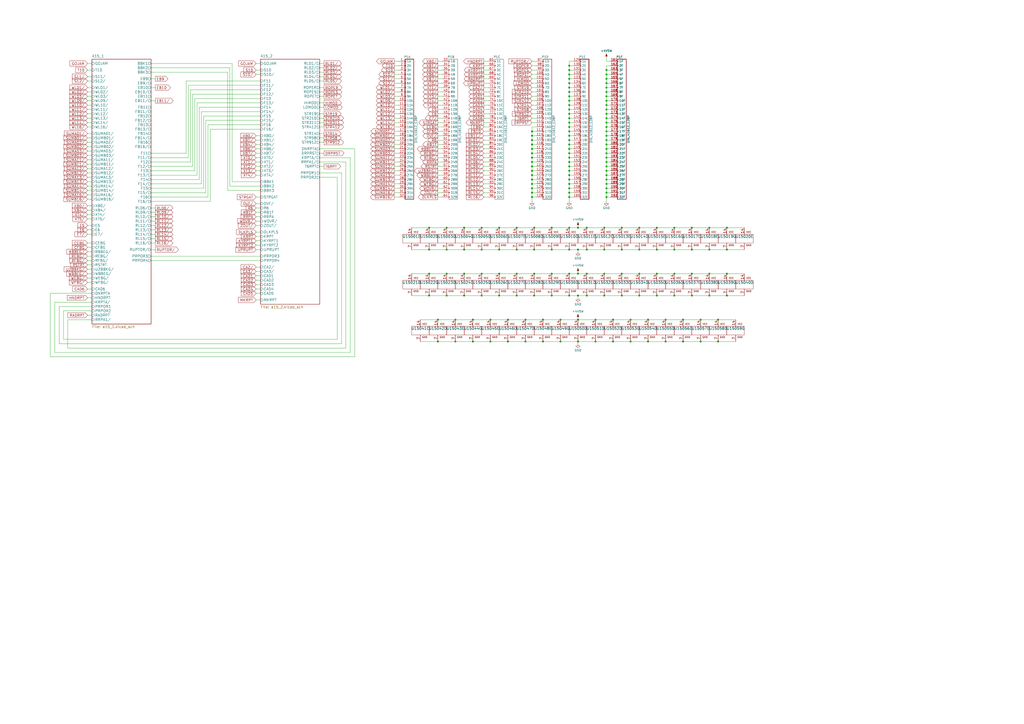
<source format=kicad_sch>
(kicad_sch (version 20211123) (generator eeschema)
  (paper "A2")
  (junction (at 351.79 93.98))
  (junction (at 325.12 198.12))
  (junction (at 308.61 101.6))
  (junction (at 421.64 171.45))
  (junction (at 365.76 185.42))
  (junction (at 350.52 144.78))
  (junction (at 401.32 144.78))
  (junction (at 330.2 171.45))
  (junction (at 320.04 171.45))
  (junction (at 411.48 171.45))
  (junction (at 330.2 104.14))
  (junction (at 259.08 144.78))
  (junction (at 308.61 93.98))
  (junction (at 248.92 158.75))
  (junction (at 259.08 171.45))
  (junction (at 416.56 185.42))
  (junction (at 308.61 81.28))
  (junction (at 421.64 144.78))
  (junction (at 351.79 88.9))
  (junction (at 308.61 109.22))
  (junction (at 330.2 144.78))
  (junction (at 308.61 91.44))
  (junction (at 351.79 104.14))
  (junction (at 330.2 71.12))
  (junction (at 294.64 185.42))
  (junction (at 308.61 96.52))
  (junction (at 351.79 60.96))
  (junction (at 351.79 55.88))
  (junction (at 351.79 66.04))
  (junction (at 416.56 198.12))
  (junction (at 269.24 158.75))
  (junction (at 308.61 114.3))
  (junction (at 381 158.75))
  (junction (at 299.72 132.08))
  (junction (at 351.79 101.6))
  (junction (at 325.12 185.42))
  (junction (at 335.28 185.42))
  (junction (at 274.32 198.12))
  (junction (at 340.36 144.78))
  (junction (at 370.84 158.75))
  (junction (at 351.79 43.18))
  (junction (at 391.16 144.78))
  (junction (at 351.79 40.64))
  (junction (at 411.48 144.78))
  (junction (at 391.16 158.75))
  (junction (at 254 185.42))
  (junction (at 381 132.08))
  (junction (at 421.64 132.08))
  (junction (at 421.64 158.75))
  (junction (at 351.79 111.76))
  (junction (at 375.92 185.42))
  (junction (at 304.8 198.12))
  (junction (at 309.88 171.45))
  (junction (at 386.08 198.12))
  (junction (at 350.52 171.45))
  (junction (at 330.2 76.2))
  (junction (at 320.04 144.78))
  (junction (at 330.2 55.88))
  (junction (at 330.2 111.76))
  (junction (at 330.2 50.8))
  (junction (at 330.2 91.44))
  (junction (at 279.4 144.78))
  (junction (at 340.36 132.08))
  (junction (at 330.2 96.52))
  (junction (at 345.44 185.42))
  (junction (at 360.68 144.78))
  (junction (at 274.32 185.42))
  (junction (at 320.04 158.75))
  (junction (at 351.79 109.22))
  (junction (at 289.56 171.45))
  (junction (at 330.2 43.18))
  (junction (at 351.79 73.66))
  (junction (at 289.56 132.08))
  (junction (at 351.79 53.34))
  (junction (at 351.79 68.58))
  (junction (at 279.4 158.75))
  (junction (at 351.79 81.28))
  (junction (at 289.56 144.78))
  (junction (at 340.36 171.45))
  (junction (at 401.32 171.45))
  (junction (at 381 144.78))
  (junction (at 264.16 185.42))
  (junction (at 330.2 78.74))
  (junction (at 248.92 144.78))
  (junction (at 401.32 158.75))
  (junction (at 355.6 185.42))
  (junction (at 401.32 132.08))
  (junction (at 308.61 106.68))
  (junction (at 330.2 73.66))
  (junction (at 351.79 106.68))
  (junction (at 314.96 198.12))
  (junction (at 370.84 171.45))
  (junction (at 308.61 104.14))
  (junction (at 330.2 66.04))
  (junction (at 254 198.12))
  (junction (at 299.72 158.75))
  (junction (at 330.2 83.82))
  (junction (at 355.6 198.12))
  (junction (at 335.28 158.75))
  (junction (at 351.79 71.12))
  (junction (at 269.24 144.78))
  (junction (at 304.8 185.42))
  (junction (at 351.79 45.72))
  (junction (at 406.4 185.42))
  (junction (at 370.84 144.78))
  (junction (at 330.2 109.22))
  (junction (at 309.88 132.08))
  (junction (at 259.08 132.08))
  (junction (at 386.08 185.42))
  (junction (at 309.88 158.75))
  (junction (at 330.2 53.34))
  (junction (at 351.79 114.3))
  (junction (at 330.2 40.64))
  (junction (at 269.24 171.45))
  (junction (at 308.61 78.74))
  (junction (at 308.61 111.76))
  (junction (at 330.2 93.98))
  (junction (at 330.2 101.6))
  (junction (at 284.48 198.12))
  (junction (at 248.92 171.45))
  (junction (at 308.61 83.82))
  (junction (at 351.79 50.8))
  (junction (at 330.2 38.1))
  (junction (at 330.2 60.96))
  (junction (at 289.56 158.75))
  (junction (at 309.88 144.78))
  (junction (at 351.79 91.44))
  (junction (at 259.08 158.75))
  (junction (at 279.4 171.45))
  (junction (at 391.16 171.45))
  (junction (at 396.24 185.42))
  (junction (at 365.76 198.12))
  (junction (at 330.2 88.9))
  (junction (at 330.2 58.42))
  (junction (at 330.2 45.72))
  (junction (at 360.68 132.08))
  (junction (at 330.2 86.36))
  (junction (at 396.24 198.12))
  (junction (at 330.2 99.06))
  (junction (at 375.92 198.12))
  (junction (at 340.36 158.75))
  (junction (at 411.48 132.08))
  (junction (at 406.4 198.12))
  (junction (at 335.28 132.08))
  (junction (at 351.79 86.36))
  (junction (at 351.79 58.42))
  (junction (at 351.79 63.5))
  (junction (at 345.44 198.12))
  (junction (at 391.16 132.08))
  (junction (at 360.68 158.75))
  (junction (at 264.16 198.12))
  (junction (at 308.61 86.36))
  (junction (at 370.84 132.08))
  (junction (at 314.96 185.42))
  (junction (at 330.2 48.26))
  (junction (at 335.28 198.12))
  (junction (at 335.28 144.78))
  (junction (at 411.48 158.75))
  (junction (at 248.92 132.08))
  (junction (at 351.79 99.06))
  (junction (at 269.24 132.08))
  (junction (at 330.2 63.5))
  (junction (at 351.79 76.2))
  (junction (at 308.61 99.06))
  (junction (at 360.68 171.45))
  (junction (at 294.64 198.12))
  (junction (at 335.28 171.45))
  (junction (at 330.2 114.3))
  (junction (at 351.79 96.52))
  (junction (at 279.4 132.08))
  (junction (at 350.52 158.75))
  (junction (at 330.2 158.75))
  (junction (at 320.04 132.08))
  (junction (at 308.61 88.9))
  (junction (at 330.2 81.28))
  (junction (at 351.79 78.74))
  (junction (at 299.72 144.78))
  (junction (at 351.79 48.26))
  (junction (at 299.72 171.45))
  (junction (at 351.79 83.82))
  (junction (at 284.48 185.42))
  (junction (at 330.2 132.08))
  (junction (at 330.2 68.58))
  (junction (at 350.52 132.08))
  (junction (at 330.2 106.68))
  (junction (at 308.61 76.2))
  (junction (at 381 171.45))
  (wire (pts (xy 283.21 104.14) (xy 280.67 104.14)))
  (wire (pts (xy 351.79 45.72) (xy 354.33 45.72)))
  (wire (pts (xy 195.58 102.87) (xy 195.58 196.85)))
  (wire (pts (xy 351.79 109.22) (xy 351.79 111.76)))
  (wire (pts (xy 330.2 104.14) (xy 330.2 106.68)))
  (wire (pts (xy 151.13 167.64) (xy 148.59 167.64)))
  (wire (pts (xy 53.34 77.47) (xy 50.8 77.47)))
  (wire (pts (xy 256.54 104.14) (xy 254 104.14)))
  (wire (pts (xy 330.2 43.18) (xy 330.2 45.72)))
  (wire (pts (xy 185.42 41.91) (xy 187.96 41.91)))
  (wire (pts (xy 330.2 48.26) (xy 332.74 48.26)))
  (wire (pts (xy 416.56 185.42) (xy 426.72 185.42)))
  (wire (pts (xy 185.42 88.9) (xy 187.96 88.9)))
  (wire (pts (xy 185.42 82.55) (xy 187.96 82.55)))
  (wire (pts (xy 231.14 104.14) (xy 228.6 104.14)))
  (wire (pts (xy 351.79 68.58) (xy 351.79 71.12)))
  (wire (pts (xy 53.34 71.12) (xy 50.8 71.12)))
  (wire (pts (xy 256.54 106.68) (xy 254 106.68)))
  (wire (pts (xy 283.21 38.1) (xy 280.67 38.1)))
  (wire (pts (xy 386.08 198.12) (xy 375.92 198.12)))
  (wire (pts (xy 151.13 144.78) (xy 148.59 144.78)))
  (wire (pts (xy 151.13 93.98) (xy 148.59 93.98)))
  (wire (pts (xy 381 144.78) (xy 370.84 144.78)))
  (wire (pts (xy 308.61 91.44) (xy 311.15 91.44)))
  (wire (pts (xy 330.2 91.44) (xy 332.74 91.44)))
  (wire (pts (xy 330.2 86.36) (xy 330.2 88.9)))
  (wire (pts (xy 330.2 81.28) (xy 332.74 81.28)))
  (wire (pts (xy 283.21 40.64) (xy 280.67 40.64)))
  (wire (pts (xy 340.36 171.45) (xy 335.28 171.45)))
  (wire (pts (xy 330.2 43.18) (xy 332.74 43.18)))
  (wire (pts (xy 308.61 81.28) (xy 308.61 83.82)))
  (wire (pts (xy 264.16 185.42) (xy 274.32 185.42)))
  (wire (pts (xy 330.2 93.98) (xy 330.2 96.52)))
  (wire (pts (xy 351.79 114.3) (xy 354.33 114.3)))
  (wire (pts (xy 185.42 93.98) (xy 200.66 93.98)))
  (wire (pts (xy 289.56 132.08) (xy 299.72 132.08)))
  (wire (pts (xy 330.2 50.8) (xy 332.74 50.8)))
  (wire (pts (xy 185.42 62.23) (xy 187.96 62.23)))
  (wire (pts (xy 311.15 48.26) (xy 308.61 48.26)))
  (wire (pts (xy 53.34 100.33) (xy 50.8 100.33)))
  (wire (pts (xy 283.21 66.04) (xy 280.67 66.04)))
  (wire (pts (xy 283.21 88.9) (xy 280.67 88.9)))
  (wire (pts (xy 53.34 124.46) (xy 50.8 124.46)))
  (wire (pts (xy 151.13 173.99) (xy 148.59 173.99)))
  (wire (pts (xy 53.34 63.5) (xy 50.8 63.5)))
  (wire (pts (xy 256.54 83.82) (xy 254 83.82)))
  (wire (pts (xy 200.66 201.93) (xy 39.37 201.93)))
  (wire (pts (xy 401.32 158.75) (xy 411.48 158.75)))
  (wire (pts (xy 110.49 93.98) (xy 110.49 52.07)))
  (wire (pts (xy 311.15 68.58) (xy 308.61 68.58)))
  (wire (pts (xy 151.13 170.18) (xy 148.59 170.18)))
  (wire (pts (xy 304.8 185.42) (xy 314.96 185.42)))
  (wire (pts (xy 308.61 73.66) (xy 308.61 76.2)))
  (wire (pts (xy 351.79 38.1) (xy 351.79 40.64)))
  (wire (pts (xy 53.34 44.45) (xy 50.8 44.45)))
  (wire (pts (xy 330.2 71.12) (xy 330.2 73.66)))
  (wire (pts (xy 381 132.08) (xy 391.16 132.08)))
  (wire (pts (xy 283.21 73.66) (xy 280.67 73.66)))
  (wire (pts (xy 351.79 40.64) (xy 351.79 43.18)))
  (wire (pts (xy 256.54 111.76) (xy 254 111.76)))
  (wire (pts (xy 231.14 78.74) (xy 228.6 78.74)))
  (wire (pts (xy 231.14 35.56) (xy 228.6 35.56)))
  (wire (pts (xy 351.79 99.06) (xy 354.33 99.06)))
  (wire (pts (xy 330.2 132.08) (xy 335.28 132.08)))
  (wire (pts (xy 256.54 78.74) (xy 254 78.74)))
  (wire (pts (xy 109.22 91.44) (xy 109.22 49.53)))
  (wire (pts (xy 231.14 40.64) (xy 228.6 40.64)))
  (wire (pts (xy 53.34 107.95) (xy 50.8 107.95)))
  (wire (pts (xy 111.76 54.61) (xy 151.13 54.61)))
  (wire (pts (xy 330.2 109.22) (xy 332.74 109.22)))
  (wire (pts (xy 231.14 86.36) (xy 228.6 86.36)))
  (wire (pts (xy 416.56 198.12) (xy 406.4 198.12)))
  (wire (pts (xy 283.21 45.72) (xy 280.67 45.72)))
  (wire (pts (xy 231.14 60.96) (xy 228.6 60.96)))
  (wire (pts (xy 330.2 83.82) (xy 332.74 83.82)))
  (wire (pts (xy 355.6 185.42) (xy 365.76 185.42)))
  (wire (pts (xy 330.2 171.45) (xy 320.04 171.45)))
  (wire (pts (xy 87.63 151.13) (xy 151.13 151.13)))
  (wire (pts (xy 370.84 144.78) (xy 360.68 144.78)))
  (wire (pts (xy 151.13 114.3) (xy 148.59 114.3)))
  (wire (pts (xy 283.21 96.52) (xy 280.67 96.52)))
  (wire (pts (xy 335.28 158.75) (xy 340.36 158.75)))
  (wire (pts (xy 151.13 101.6) (xy 148.59 101.6)))
  (wire (pts (xy 53.34 92.71) (xy 50.8 92.71)))
  (wire (pts (xy 114.3 59.69) (xy 151.13 59.69)))
  (wire (pts (xy 330.2 83.82) (xy 330.2 86.36)))
  (wire (pts (xy 283.21 71.12) (xy 280.67 71.12)))
  (wire (pts (xy 132.08 41.91) (xy 132.08 110.49)))
  (wire (pts (xy 330.2 40.64) (xy 330.2 43.18)))
  (wire (pts (xy 29.21 170.18) (xy 53.34 170.18)))
  (wire (pts (xy 330.2 99.06) (xy 330.2 101.6)))
  (wire (pts (xy 350.52 158.75) (xy 360.68 158.75)))
  (wire (pts (xy 231.14 99.06) (xy 228.6 99.06)))
  (wire (pts (xy 283.21 76.2) (xy 280.67 76.2)))
  (wire (pts (xy 330.2 101.6) (xy 332.74 101.6)))
  (wire (pts (xy 401.32 132.08) (xy 411.48 132.08)))
  (wire (pts (xy 330.2 78.74) (xy 332.74 78.74)))
  (wire (pts (xy 185.42 36.83) (xy 187.96 36.83)))
  (wire (pts (xy 308.61 106.68) (xy 311.15 106.68)))
  (wire (pts (xy 185.42 73.66) (xy 187.96 73.66)))
  (wire (pts (xy 205.74 86.36) (xy 205.74 207.01)))
  (wire (pts (xy 283.21 68.58) (xy 280.67 68.58)))
  (wire (pts (xy 381 171.45) (xy 370.84 171.45)))
  (wire (pts (xy 370.84 158.75) (xy 381 158.75)))
  (wire (pts (xy 53.34 110.49) (xy 50.8 110.49)))
  (wire (pts (xy 283.21 106.68) (xy 280.67 106.68)))
  (wire (pts (xy 185.42 91.44) (xy 203.2 91.44)))
  (wire (pts (xy 87.63 88.9) (xy 107.95 88.9)))
  (wire (pts (xy 335.28 144.78) (xy 335.28 146.05)))
  (wire (pts (xy 53.34 36.83) (xy 50.8 36.83)))
  (wire (pts (xy 330.2 40.64) (xy 332.74 40.64)))
  (wire (pts (xy 360.68 158.75) (xy 370.84 158.75)))
  (wire (pts (xy 308.61 86.36) (xy 311.15 86.36)))
  (wire (pts (xy 87.63 114.3) (xy 120.65 114.3)))
  (wire (pts (xy 264.16 198.12) (xy 254 198.12)))
  (wire (pts (xy 320.04 132.08) (xy 330.2 132.08)))
  (wire (pts (xy 231.14 101.6) (xy 228.6 101.6)))
  (wire (pts (xy 133.35 107.95) (xy 151.13 107.95)))
  (wire (pts (xy 308.61 86.36) (xy 308.61 88.9)))
  (wire (pts (xy 330.2 60.96) (xy 330.2 63.5)))
  (wire (pts (xy 248.92 171.45) (xy 238.76 171.45)))
  (wire (pts (xy 330.2 35.56) (xy 330.2 38.1)))
  (wire (pts (xy 151.13 128.27) (xy 148.59 128.27)))
  (wire (pts (xy 350.52 171.45) (xy 340.36 171.45)))
  (wire (pts (xy 107.95 88.9) (xy 107.95 46.99)))
  (wire (pts (xy 335.28 184.15) (xy 335.28 185.42)))
  (wire (pts (xy 134.62 36.83) (xy 134.62 105.41)))
  (wire (pts (xy 283.21 53.34) (xy 280.67 53.34)))
  (wire (pts (xy 381 158.75) (xy 391.16 158.75)))
  (wire (pts (xy 308.61 114.3) (xy 308.61 116.84)))
  (wire (pts (xy 109.22 49.53) (xy 151.13 49.53)))
  (wire (pts (xy 283.21 78.74) (xy 280.67 78.74)))
  (wire (pts (xy 53.34 55.88) (xy 50.8 55.88)))
  (wire (pts (xy 256.54 93.98) (xy 254 93.98)))
  (wire (pts (xy 116.84 106.68) (xy 87.63 106.68)))
  (wire (pts (xy 87.63 148.59) (xy 151.13 148.59)))
  (wire (pts (xy 256.54 53.34) (xy 254 53.34)))
  (wire (pts (xy 354.33 35.56) (xy 351.79 35.56)))
  (wire (pts (xy 335.28 198.12) (xy 335.28 199.39)))
  (wire (pts (xy 308.61 78.74) (xy 308.61 81.28)))
  (wire (pts (xy 309.88 171.45) (xy 299.72 171.45)))
  (wire (pts (xy 351.79 68.58) (xy 354.33 68.58)))
  (wire (pts (xy 308.61 76.2) (xy 308.61 78.74)))
  (wire (pts (xy 283.21 86.36) (xy 280.67 86.36)))
  (wire (pts (xy 351.79 109.22) (xy 354.33 109.22)))
  (wire (pts (xy 351.79 43.18) (xy 354.33 43.18)))
  (wire (pts (xy 330.2 101.6) (xy 330.2 104.14)))
  (wire (pts (xy 351.79 91.44) (xy 351.79 93.98)))
  (wire (pts (xy 351.79 55.88) (xy 351.79 58.42)))
  (wire (pts (xy 185.42 55.88) (xy 187.96 55.88)))
  (wire (pts (xy 121.92 74.93) (xy 121.92 116.84)))
  (wire (pts (xy 87.63 128.27) (xy 90.17 128.27)))
  (wire (pts (xy 151.13 139.7) (xy 148.59 139.7)))
  (wire (pts (xy 411.48 144.78) (xy 401.32 144.78)))
  (wire (pts (xy 256.54 60.96) (xy 254 60.96)))
  (wire (pts (xy 340.36 158.75) (xy 350.52 158.75)))
  (wire (pts (xy 308.61 104.14) (xy 308.61 106.68)))
  (wire (pts (xy 311.15 58.42) (xy 308.61 58.42)))
  (wire (pts (xy 314.96 185.42) (xy 325.12 185.42)))
  (wire (pts (xy 351.79 104.14) (xy 351.79 106.68)))
  (wire (pts (xy 151.13 88.9) (xy 148.59 88.9)))
  (wire (pts (xy 256.54 71.12) (xy 254 71.12)))
  (wire (pts (xy 351.79 86.36) (xy 351.79 88.9)))
  (wire (pts (xy 308.61 91.44) (xy 308.61 93.98)))
  (wire (pts (xy 151.13 157.48) (xy 148.59 157.48)))
  (wire (pts (xy 185.42 71.12) (xy 187.96 71.12)))
  (wire (pts (xy 411.48 158.75) (xy 421.64 158.75)))
  (wire (pts (xy 231.14 96.52) (xy 228.6 96.52)))
  (wire (pts (xy 340.36 144.78) (xy 335.28 144.78)))
  (wire (pts (xy 259.08 171.45) (xy 248.92 171.45)))
  (wire (pts (xy 330.2 63.5) (xy 332.74 63.5)))
  (wire (pts (xy 151.13 123.19) (xy 148.59 123.19)))
  (wire (pts (xy 113.03 99.06) (xy 113.03 57.15)))
  (wire (pts (xy 283.21 63.5) (xy 280.67 63.5)))
  (wire (pts (xy 332.74 35.56) (xy 330.2 35.56)))
  (wire (pts (xy 283.21 58.42) (xy 280.67 58.42)))
  (wire (pts (xy 284.48 198.12) (xy 274.32 198.12)))
  (wire (pts (xy 350.52 144.78) (xy 340.36 144.78)))
  (wire (pts (xy 330.2 71.12) (xy 332.74 71.12)))
  (wire (pts (xy 31.75 204.47) (xy 31.75 175.26)))
  (wire (pts (xy 231.14 66.04) (xy 228.6 66.04)))
  (wire (pts (xy 248.92 132.08) (xy 259.08 132.08)))
  (wire (pts (xy 308.61 93.98) (xy 311.15 93.98)))
  (wire (pts (xy 375.92 198.12) (xy 365.76 198.12)))
  (wire (pts (xy 401.32 171.45) (xy 391.16 171.45)))
  (wire (pts (xy 330.2 81.28) (xy 330.2 83.82)))
  (wire (pts (xy 330.2 99.06) (xy 332.74 99.06)))
  (wire (pts (xy 185.42 44.45) (xy 187.96 44.45)))
  (wire (pts (xy 151.13 162.56) (xy 148.59 162.56)))
  (wire (pts (xy 87.63 91.44) (xy 109.22 91.44)))
  (wire (pts (xy 351.79 53.34) (xy 354.33 53.34)))
  (wire (pts (xy 256.54 86.36) (xy 254 86.36)))
  (wire (pts (xy 87.63 99.06) (xy 113.03 99.06)))
  (wire (pts (xy 308.61 96.52) (xy 308.61 99.06)))
  (wire (pts (xy 391.16 144.78) (xy 381 144.78)))
  (wire (pts (xy 231.14 88.9) (xy 228.6 88.9)))
  (wire (pts (xy 151.13 96.52) (xy 148.59 96.52)))
  (wire (pts (xy 195.58 196.85) (xy 36.83 196.85)))
  (wire (pts (xy 311.15 53.34) (xy 308.61 53.34)))
  (wire (pts (xy 431.8 171.45) (xy 421.64 171.45)))
  (wire (pts (xy 87.63 123.19) (xy 90.17 123.19)))
  (wire (pts (xy 309.88 144.78) (xy 299.72 144.78)))
  (wire (pts (xy 39.37 185.42) (xy 53.34 185.42)))
  (wire (pts (xy 256.54 101.6) (xy 254 101.6)))
  (wire (pts (xy 53.34 73.66) (xy 50.8 73.66)))
  (wire (pts (xy 231.14 48.26) (xy 228.6 48.26)))
  (wire (pts (xy 330.2 50.8) (xy 330.2 53.34)))
  (wire (pts (xy 87.63 130.81) (xy 90.17 130.81)))
  (wire (pts (xy 308.61 78.74) (xy 311.15 78.74)))
  (wire (pts (xy 351.79 83.82) (xy 354.33 83.82)))
  (wire (pts (xy 309.88 132.08) (xy 320.04 132.08)))
  (wire (pts (xy 308.61 83.82) (xy 308.61 86.36)))
  (wire (pts (xy 396.24 185.42) (xy 406.4 185.42)))
  (wire (pts (xy 259.08 132.08) (xy 269.24 132.08)))
  (wire (pts (xy 330.2 48.26) (xy 330.2 50.8)))
  (wire (pts (xy 87.63 135.89) (xy 90.17 135.89)))
  (wire (pts (xy 114.3 101.6) (xy 114.3 59.69)))
  (wire (pts (xy 283.21 81.28) (xy 280.67 81.28)))
  (wire (pts (xy 330.2 78.74) (xy 330.2 81.28)))
  (wire (pts (xy 185.42 86.36) (xy 205.74 86.36)))
  (wire (pts (xy 351.79 88.9) (xy 351.79 91.44)))
  (wire (pts (xy 53.34 102.87) (xy 50.8 102.87)))
  (wire (pts (xy 340.36 132.08) (xy 350.52 132.08)))
  (wire (pts (xy 330.2 114.3) (xy 332.74 114.3)))
  (wire (pts (xy 283.21 93.98) (xy 280.67 93.98)))
  (wire (pts (xy 151.13 160.02) (xy 148.59 160.02)))
  (wire (pts (xy 330.2 93.98) (xy 332.74 93.98)))
  (wire (pts (xy 351.79 66.04) (xy 354.33 66.04)))
  (wire (pts (xy 330.2 66.04) (xy 332.74 66.04)))
  (wire (pts (xy 53.34 133.35) (xy 50.8 133.35)))
  (wire (pts (xy 274.32 198.12) (xy 264.16 198.12)))
  (wire (pts (xy 391.16 158.75) (xy 401.32 158.75)))
  (wire (pts (xy 151.13 142.24) (xy 148.59 142.24)))
  (wire (pts (xy 351.79 86.36) (xy 354.33 86.36)))
  (wire (pts (xy 279.4 132.08) (xy 289.56 132.08)))
  (wire (pts (xy 34.29 199.39) (xy 34.29 177.8)))
  (wire (pts (xy 411.48 132.08) (xy 421.64 132.08)))
  (wire (pts (xy 330.2 114.3) (xy 330.2 116.84)))
  (wire (pts (xy 330.2 55.88) (xy 332.74 55.88)))
  (wire (pts (xy 115.57 62.23) (xy 151.13 62.23)))
  (wire (pts (xy 119.38 111.76) (xy 87.63 111.76)))
  (wire (pts (xy 335.28 132.08) (xy 340.36 132.08)))
  (wire (pts (xy 53.34 82.55) (xy 50.8 82.55)))
  (wire (pts (xy 87.63 140.97) (xy 90.17 140.97)))
  (wire (pts (xy 243.84 185.42) (xy 254 185.42)))
  (wire (pts (xy 351.79 71.12) (xy 351.79 73.66)))
  (wire (pts (xy 351.79 63.5) (xy 351.79 66.04)))
  (wire (pts (xy 283.21 101.6) (xy 280.67 101.6)))
  (wire (pts (xy 151.13 36.83) (xy 148.59 36.83)))
  (wire (pts (xy 330.2 106.68) (xy 330.2 109.22)))
  (wire (pts (xy 330.2 73.66) (xy 330.2 76.2)))
  (wire (pts (xy 311.15 66.04) (xy 308.61 66.04)))
  (wire (pts (xy 304.8 198.12) (xy 294.64 198.12)))
  (wire (pts (xy 351.79 99.06) (xy 351.79 101.6)))
  (wire (pts (xy 351.79 81.28) (xy 354.33 81.28)))
  (wire (pts (xy 231.14 111.76) (xy 228.6 111.76)))
  (wire (pts (xy 87.63 101.6) (xy 114.3 101.6)))
  (wire (pts (xy 87.63 58.42) (xy 90.17 58.42)))
  (wire (pts (xy 259.08 158.75) (xy 269.24 158.75)))
  (wire (pts (xy 330.2 45.72) (xy 330.2 48.26)))
  (wire (pts (xy 29.21 207.01) (xy 29.21 170.18)))
  (wire (pts (xy 34.29 177.8) (xy 53.34 177.8)))
  (wire (pts (xy 231.14 63.5) (xy 228.6 63.5)))
  (wire (pts (xy 351.79 48.26) (xy 354.33 48.26)))
  (wire (pts (xy 256.54 76.2) (xy 254 76.2)))
  (wire (pts (xy 256.54 50.8) (xy 254 50.8)))
  (wire (pts (xy 311.15 35.56) (xy 308.61 35.56)))
  (wire (pts (xy 198.12 199.39) (xy 34.29 199.39)))
  (wire (pts (xy 308.61 83.82) (xy 311.15 83.82)))
  (wire (pts (xy 330.2 60.96) (xy 332.74 60.96)))
  (wire (pts (xy 351.79 50.8) (xy 354.33 50.8)))
  (wire (pts (xy 314.96 198.12) (xy 304.8 198.12)))
  (wire (pts (xy 151.13 99.06) (xy 148.59 99.06)))
  (wire (pts (xy 279.4 171.45) (xy 269.24 171.45)))
  (wire (pts (xy 370.84 132.08) (xy 381 132.08)))
  (wire (pts (xy 53.34 40.64) (xy 50.8 40.64)))
  (wire (pts (xy 36.83 180.34) (xy 53.34 180.34)))
  (wire (pts (xy 283.21 109.22) (xy 280.67 109.22)))
  (wire (pts (xy 283.21 114.3) (xy 280.67 114.3)))
  (wire (pts (xy 87.63 96.52) (xy 111.76 96.52)))
  (wire (pts (xy 53.34 53.34) (xy 50.8 53.34)))
  (wire (pts (xy 365.76 198.12) (xy 355.6 198.12)))
  (wire (pts (xy 284.48 185.42) (xy 294.64 185.42)))
  (wire (pts (xy 87.63 50.8) (xy 90.17 50.8)))
  (wire (pts (xy 231.14 73.66) (xy 228.6 73.66)))
  (wire (pts (xy 53.34 156.21) (xy 50.8 156.21)))
  (wire (pts (xy 396.24 198.12) (xy 386.08 198.12)))
  (wire (pts (xy 151.13 134.62) (xy 148.59 134.62)))
  (wire (pts (xy 53.34 60.96) (xy 50.8 60.96)))
  (wire (pts (xy 53.34 130.81) (xy 50.8 130.81)))
  (wire (pts (xy 151.13 81.28) (xy 148.59 81.28)))
  (wire (pts (xy 185.42 68.58) (xy 187.96 68.58)))
  (wire (pts (xy 351.79 78.74) (xy 351.79 81.28)))
  (wire (pts (xy 269.24 171.45) (xy 259.08 171.45)))
  (wire (pts (xy 53.34 80.01) (xy 50.8 80.01)))
  (wire (pts (xy 294.64 185.42) (xy 304.8 185.42)))
  (wire (pts (xy 330.2 63.5) (xy 330.2 66.04)))
  (wire (pts (xy 231.14 68.58) (xy 228.6 68.58)))
  (wire (pts (xy 256.54 81.28) (xy 254 81.28)))
  (wire (pts (xy 231.14 50.8) (xy 228.6 50.8)))
  (wire (pts (xy 351.79 43.18) (xy 351.79 45.72)))
  (wire (pts (xy 87.63 125.73) (xy 90.17 125.73)))
  (wire (pts (xy 231.14 114.3) (xy 228.6 114.3)))
  (wire (pts (xy 274.32 185.42) (xy 284.48 185.42)))
  (wire (pts (xy 351.79 81.28) (xy 351.79 83.82)))
  (wire (pts (xy 351.79 73.66) (xy 351.79 76.2)))
  (wire (pts (xy 53.34 66.04) (xy 50.8 66.04)))
  (wire (pts (xy 120.65 72.39) (xy 151.13 72.39)))
  (wire (pts (xy 386.08 185.42) (xy 396.24 185.42)))
  (wire (pts (xy 53.34 46.99) (xy 50.8 46.99)))
  (wire (pts (xy 283.21 48.26) (xy 280.67 48.26)))
  (wire (pts (xy 53.34 182.88) (xy 50.8 182.88)))
  (wire (pts (xy 151.13 130.81) (xy 148.59 130.81)))
  (wire (pts (xy 411.48 171.45) (xy 401.32 171.45)))
  (wire (pts (xy 370.84 171.45) (xy 360.68 171.45)))
  (wire (pts (xy 299.72 158.75) (xy 309.88 158.75)))
  (wire (pts (xy 426.72 198.12) (xy 416.56 198.12)))
  (wire (pts (xy 256.54 48.26) (xy 254 48.26)))
  (wire (pts (xy 53.34 161.29) (xy 50.8 161.29)))
  (wire (pts (xy 53.34 172.72) (xy 50.8 172.72)))
  (wire (pts (xy 39.37 201.93) (xy 39.37 185.42)))
  (wire (pts (xy 231.14 76.2) (xy 228.6 76.2)))
  (wire (pts (xy 351.79 111.76) (xy 351.79 114.3)))
  (wire (pts (xy 283.21 111.76) (xy 280.67 111.76)))
  (wire (pts (xy 87.63 93.98) (xy 110.49 93.98)))
  (wire (pts (xy 87.63 36.83) (xy 134.62 36.83)))
  (wire (pts (xy 53.34 153.67) (xy 50.8 153.67)))
  (wire (pts (xy 330.2 91.44) (xy 330.2 93.98)))
  (wire (pts (xy 320.04 158.75) (xy 330.2 158.75)))
  (wire (pts (xy 351.79 60.96) (xy 351.79 63.5)))
  (wire (pts (xy 351.79 93.98) (xy 354.33 93.98)))
  (wire (pts (xy 283.21 55.88) (xy 280.67 55.88)))
  (wire (pts (xy 134.62 105.41) (xy 151.13 105.41)))
  (wire (pts (xy 256.54 91.44) (xy 254 91.44)))
  (wire (pts (xy 351.79 53.34) (xy 351.79 55.88)))
  (wire (pts (xy 335.28 171.45) (xy 330.2 171.45)))
  (wire (pts (xy 87.63 144.78) (xy 90.17 144.78)))
  (wire (pts (xy 332.74 38.1) (xy 330.2 38.1)))
  (wire (pts (xy 53.34 121.92) (xy 50.8 121.92)))
  (wire (pts (xy 279.4 158.75) (xy 289.56 158.75)))
  (wire (pts (xy 283.21 60.96) (xy 280.67 60.96)))
  (wire (pts (xy 330.2 96.52) (xy 332.74 96.52)))
  (wire (pts (xy 308.61 101.6) (xy 308.61 104.14)))
  (wire (pts (xy 351.79 35.56) (xy 351.79 33.02)))
  (wire (pts (xy 151.13 137.16) (xy 148.59 137.16)))
  (wire (pts (xy 185.42 66.04) (xy 187.96 66.04)))
  (wire (pts (xy 185.42 77.47) (xy 187.96 77.47)))
  (wire (pts (xy 113.03 57.15) (xy 151.13 57.15)))
  (wire (pts (xy 231.14 83.82) (xy 228.6 83.82)))
  (wire (pts (xy 87.63 41.91) (xy 132.08 41.91)))
  (wire (pts (xy 151.13 86.36) (xy 148.59 86.36)))
  (wire (pts (xy 256.54 58.42) (xy 254 58.42)))
  (wire (pts (xy 308.61 99.06) (xy 311.15 99.06)))
  (wire (pts (xy 330.2 58.42) (xy 332.74 58.42)))
  (wire (pts (xy 151.13 125.73) (xy 148.59 125.73)))
  (wire (pts (xy 330.2 45.72) (xy 332.74 45.72)))
  (wire (pts (xy 151.13 78.74) (xy 148.59 78.74)))
  (wire (pts (xy 330.2 68.58) (xy 332.74 68.58)))
  (wire (pts (xy 360.68 144.78) (xy 350.52 144.78)))
  (wire (pts (xy 308.61 88.9) (xy 311.15 88.9)))
  (wire (pts (xy 151.13 83.82) (xy 148.59 83.82)))
  (wire (pts (xy 53.34 143.51) (xy 50.8 143.51)))
  (wire (pts (xy 53.34 135.89) (xy 50.8 135.89)))
  (wire (pts (xy 330.2 111.76) (xy 332.74 111.76)))
  (wire (pts (xy 53.34 97.79) (xy 50.8 97.79)))
  (wire (pts (xy 231.14 81.28) (xy 228.6 81.28)))
  (wire (pts (xy 330.2 96.52) (xy 330.2 99.06)))
  (wire (pts (xy 330.2 76.2) (xy 332.74 76.2)))
  (wire (pts (xy 53.34 158.75) (xy 50.8 158.75)))
  (wire (pts (xy 283.21 91.44) (xy 280.67 91.44)))
  (wire (pts (xy 421.64 132.08) (xy 431.8 132.08)))
  (wire (pts (xy 330.2 86.36) (xy 332.74 86.36)))
  (wire (pts (xy 351.79 50.8) (xy 351.79 53.34)))
  (wire (pts (xy 151.13 154.94) (xy 148.59 154.94)))
  (wire (pts (xy 330.2 104.14) (xy 332.74 104.14)))
  (wire (pts (xy 256.54 109.22) (xy 254 109.22)))
  (wire (pts (xy 311.15 40.64) (xy 308.61 40.64)))
  (wire (pts (xy 185.42 59.69) (xy 187.96 59.69)))
  (wire (pts (xy 330.2 158.75) (xy 335.28 158.75)))
  (wire (pts (xy 185.42 46.99) (xy 187.96 46.99)))
  (wire (pts (xy 335.28 198.12) (xy 325.12 198.12)))
  (wire (pts (xy 53.34 119.38) (xy 50.8 119.38)))
  (wire (pts (xy 360.68 132.08) (xy 370.84 132.08)))
  (wire (pts (xy 421.64 171.45) (xy 411.48 171.45)))
  (wire (pts (xy 330.2 76.2) (xy 330.2 78.74)))
  (wire (pts (xy 351.79 76.2) (xy 351.79 78.74)))
  (wire (pts (xy 351.79 73.66) (xy 354.33 73.66)))
  (wire (pts (xy 335.28 157.48) (xy 335.28 158.75)))
  (wire (pts (xy 311.15 45.72) (xy 308.61 45.72)))
  (wire (pts (xy 151.13 91.44) (xy 148.59 91.44)))
  (wire (pts (xy 406.4 185.42) (xy 416.56 185.42)))
  (wire (pts (xy 365.76 185.42) (xy 375.92 185.42)))
  (wire (pts (xy 351.79 88.9) (xy 354.33 88.9)))
  (wire (pts (xy 200.66 93.98) (xy 200.66 201.93)))
  (wire (pts (xy 118.11 109.22) (xy 118.11 67.31)))
  (wire (pts (xy 53.34 58.42) (xy 50.8 58.42)))
  (wire (pts (xy 53.34 95.25) (xy 50.8 95.25)))
  (wire (pts (xy 53.34 148.59) (xy 50.8 148.59)))
  (wire (pts (xy 53.34 85.09) (xy 50.8 85.09)))
  (wire (pts (xy 289.56 158.75) (xy 299.72 158.75)))
  (wire (pts (xy 308.61 76.2) (xy 311.15 76.2)))
  (wire (pts (xy 308.61 73.66) (xy 311.15 73.66)))
  (wire (pts (xy 116.84 64.77) (xy 116.84 106.68)))
  (wire (pts (xy 351.79 106.68) (xy 354.33 106.68)))
  (wire (pts (xy 325.12 185.42) (xy 335.28 185.42)))
  (wire (pts (xy 351.79 104.14) (xy 354.33 104.14)))
  (wire (pts (xy 294.64 198.12) (xy 284.48 198.12)))
  (wire (pts (xy 231.14 53.34) (xy 228.6 53.34)))
  (wire (pts (xy 231.14 71.12) (xy 228.6 71.12)))
  (wire (pts (xy 53.34 113.03) (xy 50.8 113.03)))
  (wire (pts (xy 269.24 132.08) (xy 279.4 132.08)))
  (wire (pts (xy 53.34 163.83) (xy 50.8 163.83)))
  (wire (pts (xy 231.14 93.98) (xy 228.6 93.98)))
  (wire (pts (xy 311.15 50.8) (xy 308.61 50.8)))
  (wire (pts (xy 254 185.42) (xy 264.16 185.42)))
  (wire (pts (xy 120.65 114.3) (xy 120.65 72.39)))
  (wire (pts (xy 351.79 66.04) (xy 351.79 68.58)))
  (wire (pts (xy 279.4 144.78) (xy 269.24 144.78)))
  (wire (pts (xy 87.63 104.14) (xy 115.57 104.14)))
  (wire (pts (xy 351.79 114.3) (xy 351.79 116.84)))
  (wire (pts (xy 330.2 53.34) (xy 330.2 55.88)))
  (wire (pts (xy 269.24 144.78) (xy 259.08 144.78)))
  (wire (pts (xy 421.64 158.75) (xy 431.8 158.75)))
  (wire (pts (xy 391.16 171.45) (xy 381 171.45)))
  (wire (pts (xy 421.64 144.78) (xy 411.48 144.78)))
  (wire (pts (xy 231.14 45.72) (xy 228.6 45.72)))
  (wire (pts (xy 87.63 39.37) (xy 133.35 39.37)))
  (wire (pts (xy 248.92 144.78) (xy 238.76 144.78)))
  (wire (pts (xy 87.63 120.65) (xy 90.17 120.65)))
  (wire (pts (xy 308.61 114.3) (xy 311.15 114.3)))
  (wire (pts (xy 256.54 40.64) (xy 254 40.64)))
  (wire (pts (xy 198.12 100.33) (xy 198.12 199.39)))
  (wire (pts (xy 345.44 198.12) (xy 335.28 198.12)))
  (wire (pts (xy 238.76 158.75) (xy 248.92 158.75)))
  (wire (pts (xy 330.2 144.78) (xy 320.04 144.78)))
  (wire (pts (xy 351.79 106.68) (xy 351.79 109.22)))
  (wire (pts (xy 283.21 99.06) (xy 280.67 99.06)))
  (wire (pts (xy 375.92 185.42) (xy 386.08 185.42)))
  (wire (pts (xy 311.15 71.12) (xy 308.61 71.12)))
  (wire (pts (xy 299.72 144.78) (xy 289.56 144.78)))
  (wire (pts (xy 238.76 132.08) (xy 248.92 132.08)))
  (wire (pts (xy 87.63 109.22) (xy 118.11 109.22)))
  (wire (pts (xy 308.61 104.14) (xy 311.15 104.14)))
  (wire (pts (xy 231.14 91.44) (xy 228.6 91.44)))
  (wire (pts (xy 308.61 88.9) (xy 308.61 91.44)))
  (wire (pts (xy 132.08 110.49) (xy 151.13 110.49)))
  (wire (pts (xy 185.42 96.52) (xy 187.96 96.52)))
  (wire (pts (xy 205.74 207.01) (xy 29.21 207.01)))
  (wire (pts (xy 299.72 132.08) (xy 309.88 132.08)))
  (wire (pts (xy 311.15 60.96) (xy 308.61 60.96)))
  (wire (pts (xy 330.2 88.9) (xy 332.74 88.9)))
  (wire (pts (xy 151.13 74.93) (xy 121.92 74.93)))
  (wire (pts (xy 115.57 104.14) (xy 115.57 62.23)))
  (wire (pts (xy 311.15 38.1) (xy 308.61 38.1)))
  (wire (pts (xy 256.54 38.1) (xy 254 38.1)))
  (wire (pts (xy 308.61 101.6) (xy 311.15 101.6)))
  (wire (pts (xy 351.79 111.76) (xy 354.33 111.76)))
  (wire (pts (xy 351.79 45.72) (xy 351.79 48.26)))
  (wire (pts (xy 256.54 96.52) (xy 254 96.52)))
  (wire (pts (xy 203.2 91.44) (xy 203.2 204.47)))
  (wire (pts (xy 354.33 38.1) (xy 351.79 38.1)))
  (wire (pts (xy 110.49 52.07) (xy 151.13 52.07)))
  (wire (pts (xy 256.54 45.72) (xy 254 45.72)))
  (wire (pts (xy 308.61 111.76) (xy 311.15 111.76)))
  (wire (pts (xy 335.28 144.78) (xy 330.2 144.78)))
  (wire (pts (xy 53.34 90.17) (xy 50.8 90.17)))
  (wire (pts (xy 351.79 91.44) (xy 354.33 91.44)))
  (wire (pts (xy 185.42 53.34) (xy 187.96 53.34)))
  (wire (pts (xy 203.2 204.47) (xy 31.75 204.47)))
  (wire (pts (xy 325.12 198.12) (xy 314.96 198.12)))
  (wire (pts (xy 308.61 106.68) (xy 308.61 109.22)))
  (wire (pts (xy 308.61 93.98) (xy 308.61 96.52)))
  (wire (pts (xy 351.79 96.52) (xy 354.33 96.52)))
  (wire (pts (xy 350.52 132.08) (xy 360.68 132.08)))
  (wire (pts (xy 360.68 171.45) (xy 350.52 171.45)))
  (wire (pts (xy 53.34 105.41) (xy 50.8 105.41)))
  (wire (pts (xy 118.11 67.31) (xy 151.13 67.31)))
  (wire (pts (xy 351.79 71.12) (xy 354.33 71.12)))
  (wire (pts (xy 256.54 99.06) (xy 254 99.06)))
  (wire (pts (xy 256.54 63.5) (xy 254 63.5)))
  (wire (pts (xy 185.42 80.01) (xy 187.96 80.01)))
  (wire (pts (xy 289.56 144.78) (xy 279.4 144.78)))
  (wire (pts (xy 351.79 101.6) (xy 354.33 101.6)))
  (wire (pts (xy 320.04 171.45) (xy 309.88 171.45)))
  (wire (pts (xy 351.79 58.42) (xy 351.79 60.96)))
  (wire (pts (xy 355.6 198.12) (xy 345.44 198.12)))
  (wire (pts (xy 111.76 96.52) (xy 111.76 54.61)))
  (wire (pts (xy 185.42 50.8) (xy 187.96 50.8)))
  (wire (pts (xy 283.21 83.82) (xy 280.67 83.82)))
  (wire (pts (xy 283.21 43.18) (xy 280.67 43.18)))
  (wire (pts (xy 431.8 144.78) (xy 421.64 144.78)))
  (wire (pts (xy 391.16 132.08) (xy 401.32 132.08)))
  (wire (pts (xy 308.61 81.28) (xy 311.15 81.28)))
  (wire (pts (xy 351.79 60.96) (xy 354.33 60.96)))
  (wire (pts (xy 330.2 73.66) (xy 332.74 73.66)))
  (wire (pts (xy 351.79 78.74) (xy 354.33 78.74)))
  (wire (pts (xy 87.63 45.72) (xy 90.17 45.72)))
  (wire (pts (xy 330.2 55.88) (xy 330.2 58.42)))
  (wire (pts (xy 87.63 133.35) (xy 90.17 133.35)))
  (wire (pts (xy 351.79 63.5) (xy 354.33 63.5)))
  (wire (pts (xy 345.44 185.42) (xy 355.6 185.42)))
  (wire (pts (xy 151.13 40.64) (xy 148.59 40.64)))
  (wire (pts (xy 31.75 175.26) (xy 53.34 175.26)))
  (wire (pts (xy 308.61 96.52) (xy 311.15 96.52)))
  (wire (pts (xy 330.2 38.1) (xy 330.2 40.64)))
  (wire (pts (xy 351.79 55.88) (xy 354.33 55.88)))
  (wire (pts (xy 256.54 68.58) (xy 254 68.58)))
  (wire (pts (xy 289.56 171.45) (xy 279.4 171.45)))
  (wire (pts (xy 330.2 109.22) (xy 330.2 111.76)))
  (wire (pts (xy 151.13 69.85) (xy 119.38 69.85)))
  (wire (pts (xy 53.34 146.05) (xy 50.8 146.05)))
  (wire (pts (xy 53.34 115.57) (xy 50.8 115.57)))
  (wire (pts (xy 320.04 144.78) (xy 309.88 144.78)))
  (wire (pts (xy 256.54 35.56) (xy 254 35.56)))
  (wire (pts (xy 311.15 55.88) (xy 308.61 55.88)))
  (wire (pts (xy 151.13 165.1) (xy 148.59 165.1)))
  (wire (pts (xy 351.79 101.6) (xy 351.79 104.14)))
  (wire (pts (xy 330.2 106.68) (xy 332.74 106.68)))
  (wire (pts (xy 351.79 76.2) (xy 354.33 76.2)))
  (wire (pts (xy 254 198.12) (xy 243.84 198.12)))
  (wire (pts (xy 256.54 73.66) (xy 254 73.66)))
  (wire (pts (xy 53.34 167.64) (xy 50.8 167.64)))
  (wire (pts (xy 53.34 50.8) (xy 50.8 50.8)))
  (wire (pts (xy 151.13 120.65) (xy 148.59 120.65)))
  (wire (pts (xy 256.54 66.04) (xy 254 66.04)))
  (wire (pts (xy 330.2 111.76) (xy 330.2 114.3)))
  (wire (pts (xy 330.2 88.9) (xy 330.2 91.44)))
  (wire (pts (xy 308.61 99.06) (xy 308.61 101.6)))
  (wire (pts (xy 311.15 63.5) (xy 308.61 63.5)))
  (wire (pts (xy 311.15 43.18) (xy 308.61 43.18)))
  (wire (pts (xy 53.34 87.63) (xy 50.8 87.63)))
  (wire (pts (xy 53.34 140.97) (xy 50.8 140.97)))
  (wire (pts (xy 231.14 43.18) (xy 228.6 43.18)))
  (wire (pts (xy 351.79 48.26) (xy 351.79 50.8)))
  (wire (pts (xy 401.32 144.78) (xy 391.16 144.78)))
  (wire (pts (xy 256.54 114.3) (xy 254 114.3)))
  (wire (pts (xy 351.79 83.82) (xy 351.79 86.36)))
  (wire (pts (xy 269.24 158.75) (xy 279.4 158.75)))
  (wire (pts (xy 185.42 39.37) (xy 187.96 39.37)))
  (wire (pts (xy 121.92 116.84) (xy 87.63 116.84)))
  (wire (pts (xy 308.61 111.76) (xy 308.61 114.3)))
  (wire (pts (xy 151.13 43.18) (xy 148.59 43.18)))
  (wire (pts (xy 335.28 130.81) (xy 335.28 132.08)))
  (wire (pts (xy 119.38 69.85) (xy 119.38 111.76)))
  (wire (pts (xy 36.83 196.85) (xy 36.83 180.34)))
  (wire (pts (xy 351.79 96.52) (xy 351.79 99.06)))
  (wire (pts (xy 185.42 100.33) (xy 198.12 100.33)))
  (wire (pts (xy 354.33 40.64) (xy 351.79 40.64)))
  (wire (pts (xy 283.21 50.8) (xy 280.67 50.8)))
  (wire (pts (xy 330.2 68.58) (xy 330.2 71.12)))
  (wire (pts (xy 256.54 43.18) (xy 254 43.18)))
  (wire (pts (xy 231.14 106.68) (xy 228.6 106.68)))
  (wire (pts (xy 283.21 35.56) (xy 280.67 35.56)))
  (wire (pts (xy 256.54 88.9) (xy 254 88.9)))
  (wire (pts (xy 53.34 127) (xy 50.8 127)))
  (wire (pts (xy 330.2 58.42) (xy 330.2 60.96)))
  (wire (pts (xy 87.63 138.43) (xy 90.17 138.43)))
  (wire (pts (xy 259.08 144.78) (xy 248.92 144.78)))
  (wire (pts (xy 308.61 109.22) (xy 308.61 111.76)))
  (wire (pts (xy 53.34 151.13) (xy 50.8 151.13)))
  (wire (pts (xy 53.34 68.58) (xy 50.8 68.58)))
  (wire (pts (xy 231.14 109.22) (xy 228.6 109.22)))
  (wire (pts (xy 133.35 39.37) (xy 133.35 107.95)))
  (wire (pts (xy 248.92 158.75) (xy 259.08 158.75)))
  (wire (pts (xy 299.72 171.45) (xy 289.56 171.45)))
  (wire (pts (xy 151.13 118.11) (xy 148.59 118.11)))
  (wire (pts (xy 151.13 64.77) (xy 116.84 64.77)))
  (wire (pts (xy 335.28 185.42) (xy 345.44 185.42)))
  (wire (pts (xy 231.14 55.88) (xy 228.6 55.88)))
  (wire (pts (xy 107.95 46.99) (xy 151.13 46.99)))
  (wire (pts (xy 406.4 198.12) (xy 396.24 198.12)))
  (wire (pts (xy 351.79 58.42) (xy 354.33 58.42)))
  (wire (pts (xy 351.79 93.98) (xy 351.79 96.52)))
  (wire (pts (xy 330.2 66.04) (xy 330.2 68.58)))
  (wire (pts (xy 309.88 158.75) (xy 320.04 158.75)))
  (wire (pts (xy 256.54 55.88) (xy 254 55.88)))
  (wire (pts (xy 231.14 58.42) (xy 228.6 58.42)))
  (wire (pts (xy 231.14 38.1) (xy 228.6 38.1)))
  (wire (pts (xy 185.42 102.87) (xy 195.58 102.87)))
  (wire (pts (xy 330.2 53.34) (xy 332.74 53.34)))
  (wire (pts (xy 335.28 171.45) (xy 335.28 172.72)))
  (wire (pts (xy 308.61 109.22) (xy 311.15 109.22)))
  (global_label "T6RPT" (shape output) (at 187.96 96.52 0) (effects (font (size 1.524 1.524))) (property "Referenzen zwischen Schaltplänen" "${INTERSHEET_REFS}" (effects hide)))
  (global_label "KYRPT2" (shape input) (at 148.59 142.24 180) (effects (font (size 1.524 1.524))) (property "Referenzen zwischen Schaltplänen" "${INTERSHEET_REFS}" (effects hide)))
  (global_label "E7/" (shape input) (at 50.8 135.89 180) (effects (font (size 1.524 1.524))) (property "Referenzen zwischen Schaltplänen" "${INTERSHEET_REFS}" (effects hide)))
  (global_label "RL16/" (shape input) (at 280.67 114.3 180) (effects (font (size 1.524 1.524))) (property "Referenzen zwischen Schaltplänen" "${INTERSHEET_REFS}" (effects hide)))
  (global_label "RL09/" (shape input) (at 280.67 96.52 180) (effects (font (size 1.524 1.524))) (property "Referenzen zwischen Schaltplänen" "${INTERSHEET_REFS}" (effects hide)))
  (global_label "DRPRST" (shape output) (at 187.96 88.9 0) (effects (font (size 1.524 1.524))) (property "Referenzen zwischen Schaltplänen" "${INTERSHEET_REFS}" (effects hide)))
  (global_label "SUMA03/" (shape output) (at 228.6 86.36 180) (effects (font (size 1.524 1.524))) (property "Referenzen zwischen Schaltplänen" "${INTERSHEET_REFS}" (effects hide)))
  (global_label "SUMA01/" (shape output) (at 228.6 76.2 180) (effects (font (size 1.524 1.524))) (property "Referenzen zwischen Schaltplänen" "${INTERSHEET_REFS}" (effects hide)))
  (global_label "WL13/" (shape output) (at 228.6 68.58 180) (effects (font (size 1.524 1.524))) (property "Referenzen zwischen Schaltplänen" "${INTERSHEET_REFS}" (effects hide)))
  (global_label "EB11/" (shape input) (at 280.67 78.74 180) (effects (font (size 1.524 1.524))) (property "Referenzen zwischen Schaltplänen" "${INTERSHEET_REFS}" (effects hide)))
  (global_label "RL02/" (shape input) (at 280.67 83.82 180) (effects (font (size 1.524 1.524))) (property "Referenzen zwischen Schaltplänen" "${INTERSHEET_REFS}" (effects hide)))
  (global_label "XT5/" (shape input) (at 50.8 127 180) (effects (font (size 1.524 1.524))) (property "Referenzen zwischen Schaltplänen" "${INTERSHEET_REFS}" (effects hide)))
  (global_label "SUMA11/" (shape input) (at 50.8 92.71 180) (effects (font (size 1.524 1.524))) (property "Referenzen zwischen Schaltplänen" "${INTERSHEET_REFS}" (effects hide)))
  (global_label "SUMB13/" (shape output) (at 228.6 104.14 180) (effects (font (size 1.524 1.524))) (property "Referenzen zwischen Schaltplänen" "${INTERSHEET_REFS}" (effects hide)))
  (global_label "RL01/" (shape input) (at 280.67 81.28 180) (effects (font (size 1.524 1.524))) (property "Referenzen zwischen Schaltplänen" "${INTERSHEET_REFS}" (effects hide)))
  (global_label "WEBG/" (shape input) (at 50.8 161.29 180) (effects (font (size 1.524 1.524))) (property "Referenzen zwischen Schaltplänen" "${INTERSHEET_REFS}" (effects hide)))
  (global_label "T6RPT" (shape input) (at 308.61 68.58 180) (effects (font (size 1.524 1.524))) (property "Referenzen zwischen Schaltplänen" "${INTERSHEET_REFS}" (effects hide)))
  (global_label "GOJAM" (shape input) (at 148.59 36.83 180) (effects (font (size 1.524 1.524))) (property "Referenzen zwischen Schaltplänen" "${INTERSHEET_REFS}" (effects hide)))
  (global_label "CA3/" (shape output) (at 280.67 53.34 180) (effects (font (size 1.524 1.524))) (property "Referenzen zwischen Schaltplänen" "${INTERSHEET_REFS}" (effects hide)))
  (global_label "SUMA13/" (shape input) (at 50.8 102.87 180) (effects (font (size 1.524 1.524))) (property "Referenzen zwischen Schaltplänen" "${INTERSHEET_REFS}" (effects hide)))
  (global_label "RFBG/" (shape output) (at 254 91.44 180) (effects (font (size 1.524 1.524))) (property "Referenzen zwischen Schaltplänen" "${INTERSHEET_REFS}" (effects hide)))
  (global_label "ZOUT/" (shape input) (at 148.59 130.81 180) (effects (font (size 1.524 1.524))) (property "Referenzen zwischen Schaltplänen" "${INTERSHEET_REFS}" (effects hide)))
  (global_label "SUMA16/" (shape input) (at 50.8 113.03 180) (effects (font (size 1.524 1.524))) (property "Referenzen zwischen Schaltplänen" "${INTERSHEET_REFS}" (effects hide)))
  (global_label "S12/" (shape input) (at 50.8 46.99 180) (effects (font (size 1.524 1.524))) (property "Referenzen zwischen Schaltplänen" "${INTERSHEET_REFS}" (effects hide)))
  (global_label "WL11/" (shape output) (at 228.6 63.5 180) (effects (font (size 1.524 1.524))) (property "Referenzen zwischen Schaltplänen" "${INTERSHEET_REFS}" (effects hide)))
  (global_label "STR311" (shape input) (at 308.61 55.88 180) (effects (font (size 1.524 1.524))) (property "Referenzen zwischen Schaltplänen" "${INTERSHEET_REFS}" (effects hide)))
  (global_label "E5" (shape output) (at 254 63.5 180) (effects (font (size 1.524 1.524))) (property "Referenzen zwischen Schaltplänen" "${INTERSHEET_REFS}" (effects hide)))
  (global_label "SUMB11/" (shape output) (at 228.6 93.98 180) (effects (font (size 1.524 1.524))) (property "Referenzen zwischen Schaltplänen" "${INTERSHEET_REFS}" (effects hide)))
  (global_label "GOJAM" (shape input) (at 50.8 36.83 180) (effects (font (size 1.524 1.524))) (property "Referenzen zwischen Schaltplänen" "${INTERSHEET_REFS}" (effects hide)))
  (global_label "STR19" (shape output) (at 187.96 66.04 0) (effects (font (size 1.524 1.524))) (property "Referenzen zwischen Schaltplänen" "${INTERSHEET_REFS}" (effects hide)))
  (global_label "XB0/" (shape input) (at 148.59 78.74 180) (effects (font (size 1.524 1.524))) (property "Referenzen zwischen Schaltplänen" "${INTERSHEET_REFS}" (effects hide)))
  (global_label "RBBEG/" (shape input) (at 50.8 146.05 180) (effects (font (size 1.524 1.524))) (property "Referenzen zwischen Schaltplänen" "${INTERSHEET_REFS}" (effects hide)))
  (global_label "CAD1" (shape output) (at 280.67 55.88 180) (effects (font (size 1.524 1.524))) (property "Referenzen zwischen Schaltplänen" "${INTERSHEET_REFS}" (effects hide)))
  (global_label "RB1F" (shape input) (at 148.59 123.19 180) (effects (font (size 1.524 1.524))) (property "Referenzen zwischen Schaltplänen" "${INTERSHEET_REFS}" (effects hide)))
  (global_label "UPRUPT" (shape output) (at 280.67 48.26 180) (effects (font (size 1.524 1.524))) (property "Referenzen zwischen Schaltplänen" "${INTERSHEET_REFS}" (effects hide)))
  (global_label "ROPES" (shape output) (at 187.96 53.34 0) (effects (font (size 1.524 1.524))) (property "Referenzen zwischen Schaltplänen" "${INTERSHEET_REFS}" (effects hide)))
  (global_label "RL10/" (shape output) (at 90.17 125.73 0) (effects (font (size 1.524 1.524))) (property "Referenzen zwischen Schaltplänen" "${INTERSHEET_REFS}" (effects hide)))
  (global_label "WL14/" (shape output) (at 228.6 71.12 180) (effects (font (size 1.524 1.524))) (property "Referenzen zwischen Schaltplänen" "${INTERSHEET_REFS}" (effects hide)))
  (global_label "WBBEG/" (shape input) (at 50.8 158.75 180) (effects (font (size 1.524 1.524))) (property "Referenzen zwischen Schaltplänen" "${INTERSHEET_REFS}" (effects hide)))
  (global_label "WL16/" (shape input) (at 50.8 73.66 180) (effects (font (size 1.524 1.524))) (property "Referenzen zwischen Schaltplänen" "${INTERSHEET_REFS}" (effects hide)))
  (global_label "S11/" (shape output) (at 228.6 45.72 180) (effects (font (size 1.524 1.524))) (property "Referenzen zwischen Schaltplänen" "${INTERSHEET_REFS}" (effects hide)))
  (global_label "WL11/" (shape input) (at 50.8 63.5 180) (effects (font (size 1.524 1.524))) (property "Referenzen zwischen Schaltplänen" "${INTERSHEET_REFS}" (effects hide)))
  (global_label "WL10/" (shape output) (at 228.6 60.96 180) (effects (font (size 1.524 1.524))) (property "Referenzen zwischen Schaltplänen" "${INTERSHEET_REFS}" (effects hide)))
  (global_label "UPRUPT" (shape input) (at 148.59 144.78 180) (effects (font (size 1.524 1.524))) (property "Referenzen zwischen Schaltplänen" "${INTERSHEET_REFS}" (effects hide)))
  (global_label "SUMB02/" (shape output) (at 228.6 83.82 180) (effects (font (size 1.524 1.524))) (property "Referenzen zwischen Schaltplänen" "${INTERSHEET_REFS}" (effects hide)))
  (global_label "CFBG" (shape output) (at 254 76.2 180) (effects (font (size 1.524 1.524))) (property "Referenzen zwischen Schaltplänen" "${INTERSHEET_REFS}" (effects hide)))
  (global_label "SUMB03/" (shape output) (at 228.6 88.9 180) (effects (font (size 1.524 1.524))) (property "Referenzen zwischen Schaltplänen" "${INTERSHEET_REFS}" (effects hide)))
  (global_label "XT4/" (shape input) (at 50.8 124.46 180) (effects (font (size 1.524 1.524))) (property "Referenzen zwischen Schaltplänen" "${INTERSHEET_REFS}" (effects hide)))
  (global_label "XB1/" (shape input) (at 148.59 81.28 180) (effects (font (size 1.524 1.524))) (property "Referenzen zwischen Schaltplänen" "${INTERSHEET_REFS}" (effects hide)))
  (global_label "CAD1" (shape input) (at 148.59 160.02 180) (effects (font (size 1.524 1.524))) (property "Referenzen zwischen Schaltplänen" "${INTERSHEET_REFS}" (effects hide)))
  (global_label "WL02/" (shape input) (at 50.8 53.34 180) (effects (font (size 1.524 1.524))) (property "Referenzen zwischen Schaltplänen" "${INTERSHEET_REFS}" (effects hide)))
  (global_label "XT2/" (shape input) (at 148.59 96.52 180) (effects (font (size 1.524 1.524))) (property "Referenzen zwischen Schaltplänen" "${INTERSHEET_REFS}" (effects hide)))
  (global_label "STR210" (shape input) (at 308.61 53.34 180) (effects (font (size 1.524 1.524))) (property "Referenzen zwischen Schaltplänen" "${INTERSHEET_REFS}" (effects hide)))
  (global_label "SUMA12/" (shape input) (at 50.8 97.79 180) (effects (font (size 1.524 1.524))) (property "Referenzen zwischen Schaltplänen" "${INTERSHEET_REFS}" (effects hide)))
  (global_label "E5" (shape input) (at 50.8 130.81 180) (effects (font (size 1.524 1.524))) (property "Referenzen zwischen Schaltplänen" "${INTERSHEET_REFS}" (effects hide)))
  (global_label "STR210" (shape output) (at 187.96 68.58 0) (effects (font (size 1.524 1.524))) (property "Referenzen zwischen Schaltplänen" "${INTERSHEET_REFS}" (effects hide)))
  (global_label "XB4/" (shape output) (at 254 40.64 180) (effects (font (size 1.524 1.524))) (property "Referenzen zwischen Schaltplänen" "${INTERSHEET_REFS}" (effects hide)))
  (global_label "SUMB16/" (shape input) (at 50.8 115.57 180) (effects (font (size 1.524 1.524))) (property "Referenzen zwischen Schaltplänen" "${INTERSHEET_REFS}" (effects hide)))
  (global_label "WL16/" (shape output) (at 228.6 73.66 180) (effects (font (size 1.524 1.524))) (property "Referenzen zwischen Schaltplänen" "${INTERSHEET_REFS}" (effects hide)))
  (global_label "RSTRT" (shape output) (at 254 96.52 180) (effects (font (size 1.524 1.524))) (property "Referenzen zwischen Schaltplänen" "${INTERSHEET_REFS}" (effects hide)))
  (global_label "E6" (shape input) (at 50.8 133.35 180) (effects (font (size 1.524 1.524))) (property "Referenzen zwischen Schaltplänen" "${INTERSHEET_REFS}" (effects hide)))
  (global_label "OVF/" (shape input) (at 148.59 118.11 180) (effects (font (size 1.524 1.524))) (property "Referenzen zwischen Schaltplänen" "${INTERSHEET_REFS}" (effects hide)))
  (global_label "RL04/" (shape output) (at 187.96 44.45 0) (effects (font (size 1.524 1.524))) (property "Referenzen zwischen Schaltplänen" "${INTERSHEET_REFS}" (effects hide)))
  (global_label "LOMOD" (shape output) (at 187.96 62.23 0) (effects (font (size 1.524 1.524))) (property "Referenzen zwischen Schaltplänen" "${INTERSHEET_REFS}" (effects hide)))
  (global_label "KYRPT1" (shape input) (at 148.59 139.7 180) (effects (font (size 1.524 1.524))) (property "Referenzen zwischen Schaltplänen" "${INTERSHEET_REFS}" (effects hide)))
  (global_label "U2BBKG/" (shape input) (at 50.8 156.21 180) (effects (font (size 1.524 1.524))) (property "Referenzen zwischen Schaltplänen" "${INTERSHEET_REFS}" (effects hide)))
  (global_label "ROPER" (shape output) (at 187.96 50.8 0) (effects (font (size 1.524 1.524))) (property "Referenzen zwischen Schaltplänen" "${INTERSHEET_REFS}" (effects hide)))
  (global_label "KRPT" (shape output) (at 280.67 38.1 180) (effects (font (size 1.524 1.524))) (property "Referenzen zwischen Schaltplänen" "${INTERSHEET_REFS}" (effects hide)))
  (global_label "SUMA02/" (shape input) (at 50.8 82.55 180) (effects (font (size 1.524 1.524))) (property "Referenzen zwischen Schaltplänen" "${INTERSHEET_REFS}" (effects hide)))
  (global_label "ROPET" (shape output) (at 187.96 55.88 0) (effects (font (size 1.524 1.524))) (property "Referenzen zwischen Schaltplänen" "${INTERSHEET_REFS}" (effects hide)))
  (global_label "WL03/" (shape output) (at 228.6 55.88 180) (effects (font (size 1.524 1.524))) (property "Referenzen zwischen Schaltplänen" "${INTERSHEET_REFS}" (effects hide)))
  (global_label "T10" (shape output) (at 228.6 38.1 180) (effects (font (size 1.524 1.524))) (property "Referenzen zwischen Schaltplänen" "${INTERSHEET_REFS}" (effects hide)))
  (global_label "CAD6" (shape output) (at 280.67 68.58 180) (effects (font (size 1.524 1.524))) (property "Referenzen zwischen Schaltplänen" "${INTERSHEET_REFS}" (effects hide)))
  (global_label "CAD6" (shape input) (at 50.8 167.64 180) (effects (font (size 1.524 1.524))) (property "Referenzen zwischen Schaltplänen" "${INTERSHEET_REFS}" (effects hide)))
  (global_label "RL03/" (shape input) (at 280.67 86.36 180) (effects (font (size 1.524 1.524))) (property "Referenzen zwischen Schaltplänen" "${INTERSHEET_REFS}" (effects hide)))
  (global_label "RL03/" (shape output) (at 187.96 41.91 0) (effects (font (size 1.524 1.524))) (property "Referenzen zwischen Schaltplänen" "${INTERSHEET_REFS}" (effects hide)))
  (global_label "HNDRPT" (shape output) (at 280.67 35.56 180) (effects (font (size 1.524 1.524))) (property "Referenzen zwischen Schaltplänen" "${INTERSHEET_REFS}" (effects hide)))
  (global_label "RADRPT" (shape input) (at 50.8 182.88 180) (effects (font (size 1.524 1.524))) (property "Referenzen zwischen Schaltplänen" "${INTERSHEET_REFS}" (effects hide)))
  (global_label "XB0/" (shape output) (at 254 35.56 180) (effects (font (size 1.524 1.524))) (property "Referenzen zwischen Schaltplänen" "${INTERSHEET_REFS}" (effects hide)))
  (global_label "CA2/" (shape input) (at 148.59 154.94 180) (effects (font (size 1.524 1.524))) (property "Referenzen zwischen Schaltplänen" "${INTERSHEET_REFS}" (effects hide)))
  (global_label "R6" (shape input) (at 148.59 120.65 180) (effects (font (size 1.524 1.524))) (property "Referenzen zwischen Schaltplänen" "${INTERSHEET_REFS}" (effects hide)))
  (global_label "RL13/" (shape output) (at 90.17 133.35 0) (effects (font (size 1.524 1.524))) (property "Referenzen zwischen Schaltplänen" "${INTERSHEET_REFS}" (effects hide)))
  (global_label "EB9" (shape output) (at 90.17 45.72 0) (effects (font (size 1.524 1.524))) (property "Referenzen zwischen Schaltplänen" "${INTERSHEET_REFS}" (effects hide)))
  (global_label "RL16/" (shape output) (at 90.17 140.97 0) (effects (font (size 1.524 1.524))) (property "Referenzen zwischen Schaltplänen" "${INTERSHEET_REFS}" (effects hide)))
  (global_label "WBBEG/" (shape output) (at 254 101.6 180) (effects (font (size 1.524 1.524))) (property "Referenzen zwischen Schaltplänen" "${INTERSHEET_REFS}" (effects hide)))
  (global_label "WL14/" (shape input) (at 50.8 71.12 180) (effects (font (size 1.524 1.524))) (property "Referenzen zwischen Schaltplänen" "${INTERSHEET_REFS}" (effects hide)))
  (global_label "STR58" (shape input) (at 308.61 63.5 180) (effects (font (size 1.524 1.524))) (property "Referenzen zwischen Schaltplänen" "${INTERSHEET_REFS}" (effects hide)))
  (global_label "CAD5" (shape input) (at 148.59 170.18 180) (effects (font (size 1.524 1.524))) (property "Referenzen zwischen Schaltplänen" "${INTERSHEET_REFS}" (effects hide)))
  (global_label "CA2/" (shape output) (at 280.67 50.8 180) (effects (font (size 1.524 1.524))) (property "Referenzen zwischen Schaltplänen" "${INTERSHEET_REFS}" (effects hide)))
  (global_label "CA3/" (shape input) (at 148.59 157.48 180) (effects (font (size 1.524 1.524))) (property "Referenzen zwischen Schaltplänen" "${INTERSHEET_REFS}" (effects hide)))
  (global_label "WL01/" (shape output) (at 228.6 50.8 180) (effects (font (size 1.524 1.524))) (property "Referenzen zwischen Schaltplänen" "${INTERSHEET_REFS}" (effects hide)))
  (global_label "KYRPT2" (shape output) (at 280.67 43.18 180) (effects (font (size 1.524 1.524))) (property "Referenzen zwischen Schaltplänen" "${INTERSHEET_REFS}" (effects hide)))
  (global_label "CAD4" (shape input) (at 148.59 167.64 180) (effects (font (size 1.524 1.524))) (property "Referenzen zwischen Schaltplänen" "${INTERSHEET_REFS}" (effects hide)))
  (global_label "MKRPT" (shape output) (at 280.67 71.12 180) (effects (font (size 1.524 1.524))) (property "Referenzen zwischen Schaltplänen" "${INTERSHEET_REFS}" (effects hide)))
  (global_label "RRPA" (shape input) (at 148.59 125.73 180) (effects (font (size 1.524 1.524))) (property "Referenzen zwischen Schaltplänen" "${INTERSHEET_REFS}" (effects hide)))
  (global_label "WL03/" (shape input) (at 50.8 55.88 180) (effects (font (size 1.524 1.524))) (property "Referenzen zwischen Schaltplänen" "${INTERSHEET_REFS}" (effects hide)))
  (global_label "XB6/" (shape input) (at 148.59 86.36 180) (effects (font (size 1.524 1.524))) (property "Referenzen zwischen Schaltplänen" "${INTERSHEET_REFS}" (effects hide)))
  (global_label "XB0/" (shape input) (at 50.8 119.38 180) (effects (font (size 1.524 1.524))) (property "Referenzen zwischen Schaltplänen" "${INTERSHEET_REFS}" (effects hide)))
  (global_label "XT2/" (shape output) (at 254 53.34 180) (effects (font (size 1.524 1.524))) (property "Referenzen zwischen Schaltplänen" "${INTERSHEET_REFS}" (effects hide)))
  (global_label "XT0/" (shape input) (at 148.59 91.44 180) (effects (font (size 1.524 1.524))) (property "Referenzen zwischen Schaltplänen" "${INTERSHEET_REFS}" (effects hide)))
  (global_label "ROPES" (shape input) (at 308.61 40.64 180) (effects (font (size 1.524 1.524))) (property "Referenzen zwischen Schaltplänen" "${INTERSHEET_REFS}" (effects hide)))
  (global_label "RL15/" (shape input) (at 280.67 111.76 180) (effects (font (size 1.524 1.524))) (property "Referenzen zwischen Schaltplänen" "${INTERSHEET_REFS}" (effects hide)))
  (global_label "WOVR/" (shape output) (at 254 109.22 180) (effects (font (size 1.524 1.524))) (property "Referenzen zwischen Schaltplänen" "${INTERSHEET_REFS}" (effects hide)))
  (global_label "STR412" (shape output) (at 187.96 73.66 0) (effects (font (size 1.524 1.524))) (property "Referenzen zwischen Schaltplänen" "${INTERSHEET_REFS}" (effects hide)))
  (global_label "XT3/" (shape output) (at 254 55.88 180) (effects (font (size 1.524 1.524))) (property "Referenzen zwischen Schaltplänen" "${INTERSHEET_REFS}" (effects hide)))
  (global_label "CAD3" (shape output) (at 280.67 60.96 180) (effects (font (size 1.524 1.524))) (property "Referenzen zwischen Schaltplänen" "${INTERSHEET_REFS}" (effects hide)))
  (global_label "E6" (shape output) (at 254 66.04 180) (effects (font (size 1.524 1.524))) (property "Referenzen zwischen Schaltplänen" "${INTERSHEET_REFS}" (effects hide)))
  (global_label "T10" (shape input) (at 50.8 40.64 180) (effects (font (size 1.524 1.524))) (property "Referenzen zwischen Schaltplänen" "${INTERSHEET_REFS}" (effects hide)))
  (global_label "XB6/" (shape output) (at 254 43.18 180) (effects (font (size 1.524 1.524))) (property "Referenzen zwischen Schaltplänen" "${INTERSHEET_REFS}" (effects hide)))
  (global_label "RFBG/" (shape input) (at 50.8 151.13 180) (effects (font (size 1.524 1.524))) (property "Referenzen zwischen Schaltplänen" "${INTERSHEET_REFS}" (effects hide)))
  (global_label "RL10/" (shape input) (at 280.67 99.06 180) (effects (font (size 1.524 1.524))) (property "Referenzen zwischen Schaltplänen" "${INTERSHEET_REFS}" (effects hide)))
  (global_label "SUMB14/" (shape output) (at 228.6 109.22 180) (effects (font (size 1.524 1.524))) (property "Referenzen zwischen Schaltplänen" "${INTERSHEET_REFS}" (effects hide)))
  (global_label "RL02/" (shape output) (at 187.96 39.37 0) (effects (font (size 1.524 1.524))) (property "Referenzen zwischen Schaltplänen" "${INTERSHEET_REFS}" (effects hide)))
  (global_label "RL05/" (shape input) (at 280.67 91.44 180) (effects (font (size 1.524 1.524))) (property "Referenzen zwischen Schaltplänen" "${INTERSHEET_REFS}" (effects hide)))
  (global_label "STRGAT" (shape input) (at 148.59 114.3 180) (effects (font (size 1.524 1.524))) (property "Referenzen zwischen Schaltplänen" "${INTERSHEET_REFS}" (effects hide)))
  (global_label "RL05/" (shape output) (at 187.96 46.99 0) (effects (font (size 1.524 1.524))) (property "Referenzen zwischen Schaltplänen" "${INTERSHEET_REFS}" (effects hide)))
  (global_label "E7/" (shape output) (at 254 68.58 180) (effects (font (size 1.524 1.524))) (property "Referenzen zwischen Schaltplänen" "${INTERSHEET_REFS}" (effects hide)))
  (global_label "R6" (shape output) (at 254 81.28 180) (effects (font (size 1.524 1.524))) (property "Referenzen zwischen Schaltplänen" "${INTERSHEET_REFS}" (effects hide)))
  (global_label "SUMA03/" (shape input) (at 50.8 87.63 180) (effects (font (size 1.524 1.524))) (property "Referenzen zwischen Schaltplänen" "${INTERSHEET_REFS}" (effects hide)))
  (global_label "WL01/" (shape input) (at 50.8 50.8 180) (effects (font (size 1.524 1.524))) (property "Referenzen zwischen Schaltplänen" "${INTERSHEET_REFS}" (effects hide)))
  (global_label "WL12/" (shape input) (at 50.8 66.04 180) (effects (font (size 1.524 1.524))) (property "Referenzen zwischen Schaltplänen" "${INTERSHEET_REFS}" (effects hide)))
  (global_label "RRPA" (shape output) (at 254 93.98 180) (effects (font (size 1.524 1.524))) (property "Referenzen zwischen Schaltplänen" "${INTERSHEET_REFS}" (effects hide)))
  (global_label "WFBG/" (shape input) (at 50.8 163.83 180) (effects (font (size 1.524 1.524))) (property "Referenzen zwischen Schaltplänen" "${INTERSHEET_REFS}" (effects hide)))
  (global_label "REBG/" (shape output) (at 254 88.9 180) (effects (font (size 1.524 1.524))) (property "Referenzen zwischen Schaltplänen" "${INTERSHEET_REFS}" (effects hide)))
  (global_label "STR19" (shape input) (at 308.61 50.8 180) (effects (font (size 1.524 1.524))) (property "Referenzen zwischen Schaltplänen" "${INTERSHEET_REFS}" (effects hide)))
  (global_label "XT1/" (shape output) (at 254 50.8 180) (effects (font (size 1.524 1.524))) (property "Referenzen zwischen Schaltplänen" "${INTERSHEET_REFS}" (effects hide)))
  (global_label "RL14/" (shape output) (at 90.17 135.89 0) (effects (font (size 1.524 1.524))) (property "Referenzen zwischen Schaltplänen" "${INTERSHEET_REFS}" (effects hide)))
  (global_label "CAD4" (shape output) (at 280.67 63.5 180) (effects (font (size 1.524 1.524))) (property "Referenzen zwischen Schaltplänen" "${INTERSHEET_REFS}" (effects hide)))
  (global_label "DLKPLS" (shape output) (at 254 114.3 180) (effects (font (size 1.524 1.524))) (property "Referenzen zwischen Schaltplänen" "${INTERSHEET_REFS}" (effects hide)))
  (global_label "XT0/" (shape output) (at 254 48.26 180) (effects (font (size 1.524 1.524))) (property "Referenzen zwischen Schaltplänen" "${INTERSHEET_REFS}" (effects hide)))
  (global_label "ROPER" (shape input) (at 308.61 38.1 180) (effects (font (size 1.524 1.524))) (property "Referenzen zwischen Schaltplänen" "${INTERSHEET_REFS}" (effects hide)))
  (global_label "STR14" (shape input) (at 308.61 60.96 180) (effects (font (size 1.524 1.524))) (property "Referenzen zwischen Schaltplänen" "${INTERSHEET_REFS}" (effects hide)))
  (global_label "WL10/" (shape input) (at 50.8 60.96 180) (effects (font (size 1.524 1.524))) (property "Referenzen zwischen Schaltplänen" "${INTERSHEET_REFS}" (effects hide)))
  (global_label "XT1/" (shape input) (at 148.59 93.98 180) (effects (font (size 1.524 1.524))) (property "Referenzen zwischen Schaltplänen" "${INTERSHEET_REFS}" (effects hide)))
  (global_label "SUMB16/" (shape output) (at 228.6 114.3 180) (effects (font (size 1.524 1.524))) (property "Referenzen zwischen Schaltplänen" "${INTERSHEET_REFS}" (effects hide)))
  (global_label "SUMB13/" (shape input) (at 50.8 105.41 180) (effects (font (size 1.524 1.524))) (property "Referenzen zwischen Schaltplänen" "${INTERSHEET_REFS}" (effects hide)))
  (global_label "SUMA16/" (shape output) (at 228.6 111.76 180) (effects (font (size 1.524 1.524))) (property "Referenzen zwischen Schaltplänen" "${INTERSHEET_REFS}" (effects hide)))
  (global_label "WL13/" (shape input) (at 50.8 68.58 180) (effects (font (size 1.524 1.524))) (property "Referenzen zwischen Schaltplänen" "${INTERSHEET_REFS}" (effects hide)))
  (global_label "EB10" (shape input) (at 280.67 76.2 180) (effects (font (size 1.524 1.524))) (property "Referenzen zwischen Schaltplänen" "${INTERSHEET_REFS}" (effects hide)))
  (global_label "WL12/" (shape output) (at 228.6 66.04 180) (effects (font (size 1.524 1.524))) (property "Referenzen zwischen Schaltplänen" "${INTERSHEET_REFS}" (effects hide)))
  (global_label "RL14/" (shape input) (at 280.67 109.22 180) (effects (font (size 1.524 1.524))) (property "Referenzen zwischen Schaltplänen" "${INTERSHEET_REFS}" (effects hide)))
  (global_label "ZOUT/" (shape output) (at 254 111.76 180) (effects (font (size 1.524 1.524))) (property "Referenzen zwischen Schaltplänen" "${INTERSHEET_REFS}" (effects hide)))
  (global_label "MKRPT" (shape input) (at 148.59 173.99 180) (effects (font (size 1.524 1.524))) (property "Referenzen zwischen Schaltplänen" "${INTERSHEET_REFS}" (effects hide)))
  (global_label "DRPRST" (shape input) (at 308.61 71.12 180) (effects (font (size 1.524 1.524))) (property "Referenzen zwischen Schaltplänen" "${INTERSHEET_REFS}" (effects hide)))
  (global_label "RL11/" (shape input) (at 280.67 101.6 180) (effects (font (size 1.524 1.524))) (property "Referenzen zwischen Schaltplänen" "${INTERSHEET_REFS}" (effects hide)))
  (global_label "KRPT" (shape input) (at 148.59 137.16 180) (effects (font (size 1.524 1.524))) (property "Referenzen zwischen Schaltplänen" "${INTERSHEET_REFS}" (effects hide)))
  (global_label "STR14" (shape output) (at 187.96 77.47 0) (effects (font (size 1.524 1.524))) (property "Referenzen zwischen Schaltplänen" "${INTERSHEET_REFS}" (effects hide)))
  (global_label "STRGAT" (shape output) (at 254 71.12 180) (effects (font (size 1.524 1.524))) (property "Referenzen zwischen Schaltplänen" "${INTERSHEET_REFS}" (effects hide)))
  (global_label "CEBG" (shape input) (at 50.8 140.97 180) (effects (font (size 1.524 1.524))) (property "Referenzen zwischen Schaltplänen" "${INTERSHEET_REFS}" (effects hide)))
  (global_label "XT3/" (shape input) (at 148.59 99.06 180) (effects (font (size 1.524 1.524))) (property "Referenzen zwischen Schaltplänen" "${INTERSHEET_REFS}" (effects hide)))
  (global_label "SUMB12/" (shape input) (at 50.8 100.33 180) (effects (font (size 1.524 1.524))) (property "Referenzen zwischen Schaltplänen" "${INTERSHEET_REFS}" (effects hide)))
  (global_label "SUMA02/" (shape output) (at 228.6 81.28 180) (effects (font (size 1.524 1.524))) (property "Referenzen zwischen Schaltplänen" "${INTERSHEET_REFS}" (effects hide)))
  (global_label "RL13/" (shape input) (at 280.67 106.68 180) (effects (font (size 1.524 1.524))) (property "Referenzen zwischen Schaltplänen" "${INTERSHEET_REFS}" (effects hide)))
  (global_label "SUMA12/" (shape output) (at 228.6 96.52 180) (effects (font (size 1.524 1.524))) (property "Referenzen zwischen Schaltplänen" "${INTERSHEET_REFS}" (effects hide)))
  (global_label "XB4/" (shape input) (at 148.59 83.82 180) (effects (font (size 1.524 1.524))) (property "Referenzen zwischen Schaltplänen" "${INTERSHEET_REFS}" (effects hide)))
  (global_label "EB10" (shape output) (at 90.17 50.8 0) (effects (font (size 1.524 1.524))) (property "Referenzen zwischen Schaltplänen" "${INTERSHEET_REFS}" (effects hide)))
  (global_label "EB9" (shape input) (at 280.67 73.66 180) (effects (font (size 1.524 1.524))) (property "Referenzen zwischen Schaltplänen" "${INTERSHEET_REFS}" (effects hide)))
  (global_label "SUMA14/" (shape output) (at 228.6 106.68 180) (effects (font (size 1.524 1.524))) (property "Referenzen zwischen Schaltplänen" "${INTERSHEET_REFS}" (effects hide)))
  (global_label "RL09/" (shape output) (at 90.17 123.19 0) (effects (font (size 1.524 1.524))) (property "Referenzen zwischen Schaltplänen" "${INTERSHEET_REFS}" (effects hide)))
  (global_label "XT4/" (shape input) (at 148.59 101.6 180) (effects (font (size 1.524 1.524))) (property "Referenzen zwischen Schaltplänen" "${INTERSHEET_REFS}" (effects hide)))
  (global_label "GOJAM" (shape output) (at 228.6 35.56 180) (effects (font (size 1.524 1.524))) (property "Referenzen zwischen Schaltplänen" "${INTERSHEET_REFS}" (effects hide)))
  (global_label "WL09/" (shape output) (at 228.6 58.42 180) (effects (font (size 1.524 1.524))) (property "Referenzen zwischen Schaltplänen" "${INTERSHEET_REFS}" (effects hide)))
  (global_label "STR912" (shape input) (at 308.61 66.04 180) (effects (font (size 1.524 1.524))) (property "Referenzen zwischen Schaltplänen" "${INTERSHEET_REFS}" (effects hide)))
  (global_label "KYRPT1" (shape output) (at 280.67 40.64 180) (effects (font (size 1.524 1.524))) (property "Referenzen zwischen Schaltplänen" "${INTERSHEET_REFS}" (effects hide)))
  (global_label "ROPET" (shape input) (at 308.61 43.18 180) (effects (font (size 1.524 1.524))) (property "Referenzen zwischen Schaltplänen" "${INTERSHEET_REFS}" (effects hide)))
  (global_label "STR412" (shape input) (at 308.61 58.42 180) (effects (font (size 1.524 1.524))) (property "Referenzen zwischen Schaltplänen" "${INTERSHEET_REFS}" (effects hide)))
  (global_label "S10" (shape output) (at 228.6 40.64 180) (effects (font (size 1.524 1.524))) (property "Referenzen zwischen Schaltplänen" "${INTERSHEET_REFS}" (effects hide)))
  (global_label "SUMA14/" (shape input) (at 50.8 107.95 180) (effects (font (size 1.524 1.524))) (property "Referenzen zwischen Schaltplänen" "${INTERSHEET_REFS}" (effects hide)))
  (global_label "XB4/" (shape input) (at 50.8 121.92 180) (effects (font (size 1.524 1.524))) (property "Referenzen zwischen Schaltplänen" "${INTERSHEET_REFS}" (effects hide)))
  (global_label "SUMB14/" (shape input) (at 50.8 110.49 180) (effects (font (size 1.524 1.524))) (property "Referenzen zwischen Schaltplänen" "${INTERSHEET_REFS}" (effects hide)))
  (global_label "RUPTOR/" (shape input) (at 308.61 35.56 180) (effects (font (size 1.524 1.524))) (property "Referenzen zwischen Schaltplänen" "${INTERSHEET_REFS}" (effects hide)))
  (global_label "RL12/" (shape output) (at 90.17 130.81 0) (effects (font (size 1.524 1.524))) (property "Referenzen zwischen Schaltplänen" "${INTERSHEET_REFS}" (effects hide)))
  (global_label "CFBG" (shape input) (at 50.8 143.51 180) (effects (font (size 1.524 1.524))) (property "Referenzen zwischen Schaltplänen" "${INTERSHEET_REFS}" (effects hide)))
  (global_label "CEBG" (shape output) (at 254 73.66 180) (effects (font (size 1.524 1.524))) (property "Referenzen zwischen Schaltplänen" "${INTERSHEET_REFS}" (effects hide)))
  (global_label "RL12/" (shape input) (at 280.67 104.14 180) (effects (font (size 1.524 1.524))) (property "Referenzen zwischen Schaltplänen" "${INTERSHEET_REFS}" (effects hide)))
  (global_label "STR58" (shape output) (at 187.96 80.01 0) (effects (font (size 1.524 1.524))) (property "Referenzen zwischen Schaltplänen" "${INTERSHEET_REFS}" (effects hide)))
  (global_label "RL15/" (shape output) (at 90.17 138.43 0) (effects (font (size 1.524 1.524))) (property "Referenzen zwischen Schaltplänen" "${INTERSHEET_REFS}" (effects hide)))
  (global_label "EB11/" (shape output) (at 90.17 58.42 0) (effects (font (size 1.524 1.524))) (property "Referenzen zwischen Schaltplänen" "${INTERSHEET_REFS}" (effects hide)))
  (global_label "RUPTOR/" (shape output) (at 90.17 144.78 0) (effects (font (size 1.524 1.524))) (property "Referenzen zwischen Schaltplänen" "${INTERSHEET_REFS}" (effects hide)))
  (global_label "S10/" (shape output) (at 228.6 43.18 180) (effects (font (size 1.524 1.524))) (property "Referenzen zwischen Schaltplänen" "${INTERSHEET_REFS}" (effects hide)))
  (global_label "STR311" (shape output) (at 187.96 71.12 0) (effects (font (size 1.524 1.524))) (property "Referenzen zwischen Schaltplänen" "${INTERSHEET_REFS}" (effects hide)))
  (global_label "S10" (shape input) (at 148.59 40.64 180) (effects (font (size 1.524 1.524))) (property "Referenzen zwischen Schaltplänen" "${INTERSHEET_REFS}" (effects hide)))
  (global_label "SUMA01/" (shape input) (at 50.8 77.47 180) (effects (font (size 1.524 1.524))) (property "Referenzen zwischen Schaltplänen" "${INTERSHEET_REFS}" (effects hide)))
  (global_label "S10/" (shape input) (at 148.59 43.18 180) (effects (font (size 1.524 1.524))) (property "Referenzen zwischen Schaltplänen" "${INTERSHEET_REFS}" (effects hide)))
  (global_label "CAD3" (shape input) (at 148.59 165.1 180) (effects (font (size 1.524 1.524))) (property "Referenzen zwischen Schaltplänen" "${INTERSHEET_REFS}" (effects hide)))
  (global_label "S12/" (shape output) (at 228.6 48.26 180) (effects (font (size 1.524 1.524))) (property "Referenzen zwischen Schaltplänen" "${INTERSHEET_REFS}" (effects hide)))
  (global_label "REBG/" (shape input) (at 50.8 148.59 180) (effects (font (size 1.524 1.524))) (property "Referenzen zwischen Schaltplänen" "${INTERSHEET_REFS}" (effects hide)))
  (global_label "RL11/" (shape output) (at 90.17 128.27 0) (effects (font (size 1.524 1.524))) (property "Referenzen zwischen Schaltplänen" "${INTERSHEET_REFS}" (effects hide)))
  (global_label "RL06/" (shape input) (at 280.67 93.98 180) (effects (font (size 1.524 1.524))) (property "Referenzen zwischen Schaltplänen" "${INTERSHEET_REFS}" (effects hide)))
  (global_label "S11/" (shape input) (at 50.8 44.45 180) (effects (font (size 1.524 1.524))) (property "Referenzen zwischen Schaltplänen" "${INTERSHEET_REFS}" (effects hide)))
  (global_label "RADRPT" (shape output) (at 280.67 45.72 180) (effects (font (size 1.524 1.524))) (property "Referenzen zwischen Schaltplänen" "${INTERSHEET_REFS}" (effects hide)))
  (global_label "LOMOD" (shape input) (at 308.61 48.26 180) (effects (font (size 1.524 1.524))) (property "Referenzen zwischen Schaltplänen" "${INTERSHEET_REFS}" (effects hide)))
  (global_label "HIMOD" (shape input) (at 308.61 45.72 180) (effects (font (size 1.524 1.524))) (property "Referenzen zwischen Schaltplänen" "${INTERSHEET_REFS}" (effects hide)))
  (global_label "SUMB12/" (shape output) (at 228.6 99.06 180) (effects (font (size 1.524 1.524))) (property "Referenzen zwischen Schaltplänen" "${INTERSHEET_REFS}" (effects hide)))
  (global_label "U2BBKG/" (shape output) (at 254 99.06 180) (effects (font (size 1.524 1.524))) (property "Referenzen zwischen Schaltplänen" "${INTERSHEET_REFS}" (effects hide)))
  (global_label "XT5/" (shape output) (at 254 60.96 180) (effects (font (size 1.524 1.524))) (property "Referenzen zwischen Schaltplänen" "${INTERSHEET_REFS}" (effects hide)))
  (global_label "RL06/" (shape output) (at 90.17 120.65 0) (effects (font (size 1.524 1.524))) (property "Referenzen zwischen Schaltplänen" "${INTERSHEET_REFS}" (effects hide)))
  (global_label "CAD5" (shape output) (at 280.67 66.04 180) (effects (font (size 1.524 1.524))) (property "Referenzen zwischen Schaltplänen" "${INTERSHEET_REFS}" (effects hide)))
  (global_label "DLKPLS" (shape input) (at 148.59 134.62 180) (effects (font (size 1.524 1.524))) (property "Referenzen zwischen Schaltplänen" "${INTERSHEET_REFS}" (effects hide)))
  (global_label "SUMB01/" (shape input) (at 50.8 80.01 180) (effects (font (size 1.524 1.524))) (property "Referenzen zwischen Schaltplänen" "${INTERSHEET_REFS}" (effects hide)))
  (global_label "HIMOD" (shape output) (at 187.96 59.69 0) (effects (font (size 1.524 1.524))) (property "Referenzen zwischen Schaltplänen" "${INTERSHEET_REFS}" (effects hide)))
  (global_label "SUMB02/" (shape input) (at 50.8 85.09 180) (effects (font (size 1.524 1.524))) (property "Referenzen zwischen Schaltplänen" "${INTERSHEET_REFS}" (effects hide)))
  (global_label "SUMB11/" (shape input) (at 50.8 95.25 180) (effects (font (size 1.524 1.524))) (property "Referenzen zwischen Schaltplänen" "${INTERSHEET_REFS}" (effects hide)))
  (global_label "SUMA11/" (shape output) (at 228.6 91.44 180) (effects (font (size 1.524 1.524))) (property "Referenzen zwischen Schaltplänen" "${INTERSHEET_REFS}" (effects hide)))
  (global_label "WEBG/" (shape output) (at 254 104.14 180) (effects (font (size 1.524 1.524))) (property "Referenzen zwischen Schaltplänen" "${INTERSHEET_REFS}" (effects hide)))
  (global_label "CAD2" (shape input) (at 148.59 162.56 180) (effects (font (size 1.524 1.524))) (property "Referenzen zwischen Schaltplänen" "${INTERSHEET_REFS}" (effects hide)))
  (global_label "RL04/" (shape input) (at 280.67 88.9 180) (effects (font (size 1.524 1.524))) (property "Referenzen zwischen Schaltplänen" "${INTERSHEET_REFS}" (effects hide)))
  (global_label "OVF/" (shape output) (at 254 78.74 180) (effects (font (size 1.524 1.524))) (property "Referenzen zwischen Schaltplänen" "${INTERSHEET_REFS}" (effects hide)))
  (global_label "HNDRPT" (shape input) (at 50.8 172.72 180) (effects (font (size 1.524 1.524))) (property "Referenzen zwischen Schaltplänen" "${INTERSHEET_REFS}" (effects hide)))
  (global_label "WFBG/" (shape output) (at 254 106.68 180) (effects (font (size 1.524 1.524))) (property "Referenzen zwischen Schaltplänen" "${INTERSHEET_REFS}" (effects hide)))
  (global_label "CAD2" (shape output) (at 280.67 58.42 180) (effects (font (size 1.524 1.524))) (property "Referenzen zwischen Schaltplänen" "${INTERSHEET_REFS}" (effects hide)))
  (global_label "RB1F" (shape output) (at 254 83.82 180) (effects (font (size 1.524 1.524))) (property "Referenzen zwischen Schaltplänen" "${INTERSHEET_REFS}" (effects hide)))
  (global_label "SUMB01/" (shape output) (at 228.6 78.74 180) (effects (font (size 1.524 1.524))) (property "Referenzen zwischen Schaltplänen" "${INTERSHEET_REFS}" (effects hide)))
  (global_label "SUMA13/" (shape output) (at 228.6 101.6 180) (effects (font (size 1.524 1.524))) (property "Referenzen zwischen Schaltplänen" "${INTERSHEET_REFS}" (effects hide)))
  (global_label "RL01/" (shape output) (at 187.96 36.83 0) (effects (font (size 1.524 1.524))) (property "Referenzen zwischen Schaltplänen" "${INTERSHEET_REFS}" (effects hide)))
  (global_label "XB7/" (shape output) (at 254 45.72 180) (effects (font (size 1.524 1.524))) (property "Referenzen zwischen Schaltplänen" "${INTERSHEET_REFS}" (effects hide)))
  (global_label "XB1/" (shape output) (at 254 38.1 180) (effects (font (size 1.524 1.524))) (property "Referenzen zwischen Schaltplänen" "${INTERSHEET_REFS}" (effects hide)))
  (global_label "SUMB03/" (shape input) (at 50.8 90.17 180) (effects (font (size 1.524 1.524))) (property "Referenzen zwischen Schaltplänen" "${INTERSHEET_REFS}" (effects hide)))
  (global_label "RBBEG/" (shape output) (at 254 86.36 180) (effects (font (size 1.524 1.524))) (property "Referenzen zwischen Schaltplänen" "${INTERSHEET_REFS}" (effects hide)))
  (global_label "XT4/" (shape output) (at 254 58.42 180) (effects (font (size 1.524 1.524))) (property "Referenzen zwischen Schaltplänen" "${INTERSHEET_REFS}" (effects hide)))
  (global_label "RSTRT" (shape input) (at 50.8 153.67 180) (effects (font (size 1.524 1.524))) (property "Referenzen zwischen Schaltplänen" "${INTERSHEET_REFS}" (effects hide)))
  (global_label "WL09/" (shape input) (at 50.8 58.42 180) (effects (font (size 1.524 1.524))) (property "Referenzen zwischen Schaltplänen" "${INTERSHEET_REFS}" (effects hide)))
  (global_label "WL02/" (shape output) (at 228.6 53.34 180) (effects (font (size 1.524 1.524))) (property "Referenzen zwischen Schaltplänen" "${INTERSHEET_REFS}" (effects hide)))
  (global_label "WOVR/" (shape input) (at 148.59 128.27 180) (effects (font (size 1.524 1.524))) (property "Referenzen zwischen Schaltplänen" "${INTERSHEET_REFS}" (effects hide)))
  (global_label "STR912" (shape output) (at 187.96 82.55 0) (effects (font (size 1.524 1.524))) (property "Referenzen zwischen Schaltplänen" "${INTERSHEET_REFS}" (effects hide)))
  (global_label "XB7/" (shape input) (at 148.59 88.9 180) (effects (font (size 1.524 1.524))) (property "Referenzen zwischen Schaltplänen" "${INTERSHEET_REFS}" (effects hide)))
  (symbol (lib_id "agc_kicad_components:DIN_41612_128P") (at 236.22 74.93 0) (unit 1)
    (property "Reference" "P1" (at 236.22 33.02 0))
    (property "Value" "DIN_41612_128P" (at 241.3 74.93 90))
  )
  (symbol (lib_id "agc_kicad_components:DIN_41612_128P") (at 261.62 74.93 0) (unit 2)
    (property "Reference" "P1" (at 261.62 33.02 0))
    (property "Value" "DIN_41612_128P" (at 266.7 74.93 90))
  )
  (symbol (lib_id "agc_kicad_components:DIN_41612_128P") (at 288.29 74.93 0) (unit 3)
    (property "Reference" "P1" (at 288.29 33.02 0))
    (property "Value" "DIN_41612_128P" (at 293.37 74.93 90))
  )
  (symbol (lib_id "agc_kicad_components:DIN_41612_128P") (at 316.23 74.93 0) (unit 4)
    (property "Reference" "P1" (at 316.23 33.02 0))
    (property "Value" "DIN_41612_128P" (at 321.31 74.93 90))
  )
  (symbol (lib_id "power:GND") (at 308.61 116.84 0) (unit 1)
    (property "Reference" "#PWR01" (effects hide))
    (property "Value" "GND" (at 308.61 120.65 0))
  )
  (symbol (lib_id "agc_kicad_components:DIN_41612_128P") (at 337.82 74.93 0) (unit 5)
    (property "Reference" "P1" (at 337.82 33.02 0))
    (property "Value" "DIN_41612_128P" (at 342.9 74.93 90))
  )
  (symbol (lib_id "power:GND") (at 330.2 116.84 0) (unit 1)
    (property "Reference" "#PWR02" (effects hide))
    (property "Value" "GND" (at 330.2 120.65 0))
  )
  (symbol (lib_id "agc_kicad_components:DIN_41612_128P") (at 359.41 74.93 0) (unit 6)
    (property "Reference" "P1" (at 359.41 33.02 0))
    (property "Value" "DIN_41612_128P" (at 364.49 74.93 90))
  )
  (symbol (lib_id "power:GND") (at 351.79 116.84 0) (unit 1)
    (property "Reference" "#PWR03" (effects hide))
    (property "Value" "GND" (at 351.79 120.65 0))
  )
  (symbol (lib_id "agc_kicad_components:+4VSW") (at 351.79 33.02 0) (unit 1)
    (property "Reference" "#PWR04" (effects hide))
    (property "Value" "+4VSW" (at 351.79 29.464 0))
  )
  (symbol (lib_id "agc_kicad_components:74HC02") (at 238.76 138.43 0) (unit 5)
    (property "Reference" "U15001" (at 238.76 137.16 0) (effects (font (size 1.524 1.524))))
    (property "Value" "74HC02" (effects hide))
  )
  (symbol (lib_id "agc_kicad_components:74HC27") (at 248.92 138.43 0) (unit 4)
    (property "Reference" "U15002" (at 248.92 137.16 0) (effects (font (size 1.524 1.524))))
    (property "Value" "74HC27" (effects hide))
  )
  (symbol (lib_id "agc_kicad_components:74HC04") (at 259.08 138.43 0) (unit 7)
    (property "Reference" "U15003" (at 259.08 137.16 0) (effects (font (size 1.524 1.524))))
    (property "Value" "74HC04" (effects hide))
  )
  (symbol (lib_id "agc_kicad_components:74LVC07") (at 269.24 138.43 0) (unit 7)
    (property "Reference" "U15004" (at 269.24 137.16 0) (effects (font (size 1.524 1.524))))
    (property "Value" "74LVC07" (effects hide))
  )
  (symbol (lib_id "agc_kicad_components:74HC27") (at 279.4 138.43 0) (unit 4)
    (property "Reference" "U15005" (at 279.4 137.16 0) (effects (font (size 1.524 1.524))))
    (property "Value" "74HC27" (effects hide))
  )
  (symbol (lib_id "agc_kicad_components:74HC02") (at 289.56 138.43 0) (unit 5)
    (property "Reference" "U15006" (at 289.56 137.16 0) (effects (font (size 1.524 1.524))))
    (property "Value" "74HC02" (effects hide))
  )
  (symbol (lib_id "agc_kicad_components:74HC02") (at 299.72 138.43 0) (unit 5)
    (property "Reference" "U15007" (at 299.72 137.16 0) (effects (font (size 1.524 1.524))))
    (property "Value" "74HC02" (effects hide))
  )
  (symbol (lib_id "agc_kicad_components:74HC27") (at 309.88 138.43 0) (unit 4)
    (property "Reference" "U15008" (at 309.88 137.16 0) (effects (font (size 1.524 1.524))))
    (property "Value" "74HC27" (effects hide))
  )
  (symbol (lib_id "agc_kicad_components:74HC02") (at 320.04 138.43 0) (unit 5)
    (property "Reference" "U15009" (at 320.04 137.16 0) (effects (font (size 1.524 1.524))))
    (property "Value" "74HC02" (effects hide))
  )
  (symbol (lib_id "agc_kicad_components:74HC27") (at 330.2 138.43 0) (unit 4)
    (property "Reference" "U15010" (at 330.2 137.16 0) (effects (font (size 1.524 1.524))))
    (property "Value" "74HC27" (effects hide))
  )
  (symbol (lib_id "agc_kicad_components:74HC02") (at 340.36 138.43 0) (unit 5)
    (property "Reference" "U15011" (at 340.36 137.16 0) (effects (font (size 1.524 1.524))))
    (property "Value" "74HC02" (effects hide))
  )
  (symbol (lib_id "agc_kicad_components:74HC4002") (at 350.52 138.43 0) (unit 3)
    (property "Reference" "U15012" (at 350.52 137.16 0) (effects (font (size 1.524 1.524))))
    (property "Value" "74HC4002" (effects hide))
  )
  (symbol (lib_id "agc_kicad_components:74HC02") (at 360.68 138.43 0) (unit 5)
    (property "Reference" "U15013" (at 360.68 137.16 0) (effects (font (size 1.524 1.524))))
    (property "Value" "74HC02" (effects hide))
  )
  (symbol (lib_id "agc_kicad_components:74HC27") (at 370.84 138.43 0) (unit 4)
    (property "Reference" "U15014" (at 370.84 137.16 0) (effects (font (size 1.524 1.524))))
    (property "Value" "74HC27" (effects hide))
  )
  (symbol (lib_id "agc_kicad_components:74HC02") (at 381 138.43 0) (unit 5)
    (property "Reference" "U15015" (at 381 137.16 0) (effects (font (size 1.524 1.524))))
    (property "Value" "74HC02" (effects hide))
  )
  (symbol (lib_id "agc_kicad_components:74LVC07") (at 391.16 138.43 0) (unit 7)
    (property "Reference" "U15016" (at 391.16 137.16 0) (effects (font (size 1.524 1.524))))
    (property "Value" "74LVC07" (effects hide))
  )
  (symbol (lib_id "agc_kicad_components:74HC4002") (at 401.32 138.43 0) (unit 3)
    (property "Reference" "U15017" (at 401.32 137.16 0) (effects (font (size 1.524 1.524))))
    (property "Value" "74HC4002" (effects hide))
  )
  (symbol (lib_id "agc_kicad_components:74HC02") (at 411.48 138.43 0) (unit 5)
    (property "Reference" "U15018" (at 411.48 137.16 0) (effects (font (size 1.524 1.524))))
    (property "Value" "74HC02" (effects hide))
  )
  (symbol (lib_id "agc_kicad_components:74HC04") (at 421.64 138.43 0) (unit 7)
    (property "Reference" "U15019" (at 421.64 137.16 0) (effects (font (size 1.524 1.524))))
    (property "Value" "74HC04" (effects hide))
  )
  (symbol (lib_id "agc_kicad_components:74HC02") (at 431.8 138.43 0) (unit 5)
    (property "Reference" "U15020" (at 431.8 137.16 0) (effects (font (size 1.524 1.524))))
    (property "Value" "74HC02" (effects hide))
  )
  (symbol (lib_id "agc_kicad_components:74HC27") (at 238.76 165.1 0) (unit 4)
    (property "Reference" "U15021" (at 238.76 163.83 0) (effects (font (size 1.524 1.524))))
    (property "Value" "74HC27" (effects hide))
  )
  (symbol (lib_id "agc_kicad_components:74HC04") (at 248.92 165.1 0) (unit 7)
    (property "Reference" "U15022" (at 248.92 163.83 0) (effects (font (size 1.524 1.524))))
    (property "Value" "74HC04" (effects hide))
  )
  (symbol (lib_id "agc_kicad_components:74HC27") (at 259.08 165.1 0) (unit 4)
    (property "Reference" "U15023" (at 259.08 163.83 0) (effects (font (size 1.524 1.524))))
    (property "Value" "74HC27" (effects hide))
  )
  (symbol (lib_id "agc_kicad_components:74HC02") (at 269.24 165.1 0) (unit 5)
    (property "Reference" "U15024" (at 269.24 163.83 0) (effects (font (size 1.524 1.524))))
    (property "Value" "74HC02" (effects hide))
  )
  (symbol (lib_id "agc_kicad_components:74HC27") (at 279.4 165.1 0) (unit 4)
    (property "Reference" "U15025" (at 279.4 163.83 0) (effects (font (size 1.524 1.524))))
    (property "Value" "74HC27" (effects hide))
  )
  (symbol (lib_id "agc_kicad_components:74HC4002") (at 289.56 165.1 0) (unit 3)
    (property "Reference" "U15026" (at 289.56 163.83 0) (effects (font (size 1.524 1.524))))
    (property "Value" "74HC4002" (effects hide))
  )
  (symbol (lib_id "agc_kicad_components:74HC02") (at 299.72 165.1 0) (unit 5)
    (property "Reference" "U15027" (at 299.72 163.83 0) (effects (font (size 1.524 1.524))))
    (property "Value" "74HC02" (effects hide))
  )
  (symbol (lib_id "agc_kicad_components:74HC27") (at 309.88 165.1 0) (unit 4)
    (property "Reference" "U15028" (at 309.88 163.83 0) (effects (font (size 1.524 1.524))))
    (property "Value" "74HC27" (effects hide))
  )
  (symbol (lib_id "agc_kicad_components:74HC02") (at 320.04 165.1 0) (unit 5)
    (property "Reference" "U15029" (at 320.04 163.83 0) (effects (font (size 1.524 1.524))))
    (property "Value" "74HC02" (effects hide))
  )
  (symbol (lib_id "agc_kicad_components:74HC27") (at 330.2 165.1 0) (unit 4)
    (property "Reference" "U15030" (at 330.2 163.83 0) (effects (font (size 1.524 1.524))))
    (property "Value" "74HC27" (effects hide))
  )
  (symbol (lib_id "agc_kicad_components:74HC27") (at 340.36 165.1 0) (unit 4)
    (property "Reference" "U15031" (at 340.36 163.83 0) (effects (font (size 1.524 1.524))))
    (property "Value" "74HC27" (effects hide))
  )
  (symbol (lib_id "agc_kicad_components:74HC27") (at 350.52 165.1 0) (unit 4)
    (property "Reference" "U15032" (at 350.52 163.83 0) (effects (font (size 1.524 1.524))))
    (property "Value" "74HC27" (effects hide))
  )
  (symbol (lib_id "agc_kicad_components:74HC02") (at 360.68 165.1 0) (unit 5)
    (property "Reference" "U15033" (at 360.68 163.83 0) (effects (font (size 1.524 1.524))))
    (property "Value" "74HC02" (effects hide))
  )
  (symbol (lib_id "agc_kicad_components:74HC27") (at 370.84 165.1 0) (unit 4)
    (property "Reference" "U15034" (at 370.84 163.83 0) (effects (font (size 1.524 1.524))))
    (property "Value" "74HC27" (effects hide))
  )
  (symbol (lib_id "agc_kicad_components:74HC27") (at 381 165.1 0) (unit 4)
    (property "Reference" "U15035" (at 381 163.83 0) (effects (font (size 1.524 1.524))))
    (property "Value" "74HC27" (effects hide))
  )
  (symbol (lib_id "agc_kicad_components:74HC27") (at 391.16 165.1 0) (unit 4)
    (property "Reference" "U15036" (at 391.16 163.83 0) (effects (font (size 1.524 1.524))))
    (property "Value" "74HC27" (effects hide))
  )
  (symbol (lib_id "agc_kicad_components:74HC02") (at 401.32 165.1 0) (unit 5)
    (property "Reference" "U15037" (at 401.32 163.83 0) (effects (font (size 1.524 1.524))))
    (property "Value" "74HC02" (effects hide))
  )
  (symbol (lib_id "agc_kicad_components:74HC27") (at 411.48 165.1 0) (unit 4)
    (property "Reference" "U15038" (at 411.48 163.83 0) (effects (font (size 1.524 1.524))))
    (property "Value" "74HC27" (effects hide))
  )
  (symbol (lib_id "agc_kicad_components:74LVC07") (at 421.64 165.1 0) (unit 7)
    (property "Reference" "U15039" (at 421.64 163.83 0) (effects (font (size 1.524 1.524))))
    (property "Value" "74LVC07" (effects hide))
  )
  (symbol (lib_id "agc_kicad_components:74HC27") (at 431.8 165.1 0) (unit 4)
    (property "Reference" "U15040" (at 431.8 163.83 0) (effects (font (size 1.524 1.524))))
    (property "Value" "74HC27" (effects hide))
  )
  (symbol (lib_id "agc_kicad_components:74HC4002") (at 243.84 191.77 0) (unit 3)
    (property "Reference" "U15041" (at 243.84 190.5 0) (effects (font (size 1.524 1.524))))
    (property "Value" "74HC4002" (effects hide))
  )
  (symbol (lib_id "agc_kicad_components:74HC27") (at 254 191.77 0) (unit 4)
    (property "Reference" "U15042" (at 254 190.5 0) (effects (font (size 1.524 1.524))))
    (property "Value" "74HC27" (effects hide))
  )
  (symbol (lib_id "agc_kicad_components:74HC02") (at 264.16 191.77 0) (unit 5)
    (property "Reference" "U15043" (at 264.16 190.5 0) (effects (font (size 1.524 1.524))))
    (property "Value" "74HC02" (effects hide))
  )
  (symbol (lib_id "agc_kicad_components:74HC04") (at 274.32 191.77 0) (unit 7)
    (property "Reference" "U15044" (at 274.32 190.5 0) (effects (font (size 1.524 1.524))))
    (property "Value" "74HC04" (effects hide))
  )
  (symbol (lib_id "agc_kicad_components:74HC02") (at 284.48 191.77 0) (unit 5)
    (property "Reference" "U15045" (at 284.48 190.5 0) (effects (font (size 1.524 1.524))))
    (property "Value" "74HC02" (effects hide))
  )
  (symbol (lib_id "agc_kicad_components:74HC27") (at 294.64 191.77 0) (unit 4)
    (property "Reference" "U15046" (at 294.64 190.5 0) (effects (font (size 1.524 1.524))))
    (property "Value" "74HC27" (effects hide))
  )
  (symbol (lib_id "agc_kicad_components:74HC27") (at 304.8 191.77 0) (unit 4)
    (property "Reference" "U15047" (at 304.8 190.5 0) (effects (font (size 1.524 1.524))))
    (property "Value" "74HC27" (effects hide))
  )
  (symbol (lib_id "agc_kicad_components:74HC02") (at 314.96 191.77 0) (unit 5)
    (property "Reference" "U15048" (at 314.96 190.5 0) (effects (font (size 1.524 1.524))))
    (property "Value" "74HC02" (effects hide))
  )
  (symbol (lib_id "agc_kicad_components:74HC04") (at 325.12 191.77 0) (unit 7)
    (property "Reference" "U15049" (at 325.12 190.5 0) (effects (font (size 1.524 1.524))))
    (property "Value" "74HC04" (effects hide))
  )
  (symbol (lib_id "agc_kicad_components:74HC27") (at 335.28 191.77 0) (unit 4)
    (property "Reference" "U15050" (at 335.28 190.5 0) (effects (font (size 1.524 1.524))))
    (property "Value" "74HC27" (effects hide))
  )
  (symbol (lib_id "agc_kicad_components:74HC27") (at 345.44 191.77 0) (unit 4)
    (property "Reference" "U15051" (at 345.44 190.5 0) (effects (font (size 1.524 1.524))))
    (property "Value" "74HC27" (effects hide))
  )
  (symbol (lib_id "agc_kicad_components:74HC27") (at 355.6 191.77 0) (unit 4)
    (property "Reference" "U15052" (at 355.6 190.5 0) (effects (font (size 1.524 1.524))))
    (property "Value" "74HC27" (effects hide))
  )
  (symbol (lib_id "agc_kicad_components:74HC04") (at 365.76 191.77 0) (unit 7)
    (property "Reference" "U15053" (at 365.76 190.5 0) (effects (font (size 1.524 1.524))))
    (property "Value" "74HC04" (effects hide))
  )
  (symbol (lib_id "agc_kicad_components:74HC27") (at 375.92 191.77 0) (unit 4)
    (property "Reference" "U15054" (at 375.92 190.5 0) (effects (font (size 1.524 1.524))))
    (property "Value" "74HC27" (effects hide))
  )
  (symbol (lib_id "agc_kicad_components:74HC27") (at 386.08 191.77 0) (unit 4)
    (property "Reference" "U15055" (at 386.08 190.5 0) (effects (font (size 1.524 1.524))))
    (property "Value" "74HC27" (effects hide))
  )
  (symbol (lib_id "agc_kicad_components:74HC02") (at 396.24 191.77 0) (unit 5)
    (property "Reference" "U15056" (at 396.24 190.5 0) (effects (font (size 1.524 1.524))))
    (property "Value" "74HC02" (effects hide))
  )
  (symbol (lib_id "agc_kicad_components:74HC02") (at 406.4 191.77 0) (unit 5)
    (property "Reference" "U15057" (at 406.4 190.5 0) (effects (font (size 1.524 1.524))))
    (property "Value" "74HC02" (effects hide))
  )
  (symbol (lib_id "agc_kicad_components:74HC27") (at 416.56 191.77 0) (unit 4)
    (property "Reference" "U15058" (at 416.56 190.5 0) (effects (font (size 1.524 1.524))))
    (property "Value" "74HC27" (effects hide))
  )
  (symbol (lib_id "agc_kicad_components:74HC04") (at 426.72 191.77 0) (unit 7)
    (property "Reference" "U15059" (at 426.72 190.5 0) (effects (font (size 1.524 1.524))))
    (property "Value" "74HC04" (effects hide))
  )
  (symbol (lib_id "agc_kicad_components:+4VSW") (at 335.28 130.81 0) (unit 1)
    (property "Reference" "#PWR05" (effects hide))
    (property "Value" "+4VSW" (at 335.28 127.254 0))
  )
  (symbol (lib_id "power:GND") (at 335.28 146.05 0) (unit 1)
    (property "Reference" "#PWR06" (effects hide))
    (property "Value" "GND" (at 335.28 149.86 0))
  )
  (symbol (lib_id "agc_kicad_components:+4VSW") (at 335.28 157.48 0) (unit 1)
    (property "Reference" "#PWR07" (effects hide))
    (property "Value" "+4VSW" (at 335.28 153.924 0))
  )
  (symbol (lib_id "power:GND") (at 335.28 172.72 0) (unit 1)
    (property "Reference" "#PWR08" (effects hide))
    (property "Value" "GND" (at 335.28 176.53 0))
  )
  (symbol (lib_id "agc_kicad_components:+4VSW") (at 335.28 184.15 0) (unit 1)
    (property "Reference" "#PWR09" (effects hide))
    (property "Value" "+4VSW" (at 335.28 180.594 0))
  )
  (symbol (lib_id "power:GND") (at 335.28 199.39 0) (unit 1)
    (property "Reference" "#PWR010" (effects hide))
    (property "Value" "GND" (at 335.28 203.2 0))
  )
  (sheet (at 53.34 34.29) (size 34.29 153.67)
    (property "Sheet name" "A15_1" (at 53.34 33.4514 0) (effects (font (size 1.524 1.524)) (justify left bottom)))
    (property "Sheet file" "a15_1.kicad_sch" (at 53.34 188.6462 0) (effects (font (size 1.524 1.524)) (justify left top)))
    (pin "WL16/" input (at 53.34 73.66 180) (effects (font (size 1.524 1.524))))
    (pin "WFBG/" input (at 53.34 163.83 180) (effects (font (size 1.524 1.524))))
    (pin "CFBG" input (at 53.34 143.51 180) (effects (font (size 1.524 1.524))))
    (pin "SUMA16/" input (at 53.34 113.03 180) (effects (font (size 1.524 1.524))))
    (pin "U2BBKG/" input (at 53.34 156.21 180) (effects (font (size 1.524 1.524))))
    (pin "SUMB16/" input (at 53.34 115.57 180) (effects (font (size 1.524 1.524))))
    (pin "FB16" output (at 87.63 82.55 0) (effects (font (size 1.524 1.524))))
    (pin "FB16/" output (at 87.63 85.09 0) (effects (font (size 1.524 1.524))))
    (pin "RFBG/" input (at 53.34 151.13 180) (effects (font (size 1.524 1.524))))
    (pin "RL16/" output (at 87.63 140.97 0) (effects (font (size 1.524 1.524))))
    (pin "RL15/" output (at 87.63 138.43 0) (effects (font (size 1.524 1.524))))
    (pin "FB14" output (at 87.63 77.47 0) (effects (font (size 1.524 1.524))))
    (pin "FB14/" output (at 87.63 80.01 0) (effects (font (size 1.524 1.524))))
    (pin "RL14/" output (at 87.63 135.89 0) (effects (font (size 1.524 1.524))))
    (pin "WL14/" input (at 53.34 71.12 180) (effects (font (size 1.524 1.524))))
    (pin "SUMA14/" input (at 53.34 107.95 180) (effects (font (size 1.524 1.524))))
    (pin "SUMB14/" input (at 53.34 110.49 180) (effects (font (size 1.524 1.524))))
    (pin "FB13" output (at 87.63 72.39 0) (effects (font (size 1.524 1.524))))
    (pin "FB13/" output (at 87.63 74.93 0) (effects (font (size 1.524 1.524))))
    (pin "RL13/" output (at 87.63 133.35 0) (effects (font (size 1.524 1.524))))
    (pin "WL13/" input (at 53.34 68.58 180) (effects (font (size 1.524 1.524))))
    (pin "SUMA13/" input (at 53.34 102.87 180) (effects (font (size 1.524 1.524))))
    (pin "SUMB13/" input (at 53.34 105.41 180) (effects (font (size 1.524 1.524))))
    (pin "FB12" output (at 87.63 67.31 0) (effects (font (size 1.524 1.524))))
    (pin "FB12/" output (at 87.63 69.85 0) (effects (font (size 1.524 1.524))))
    (pin "RL12/" output (at 87.63 130.81 0) (effects (font (size 1.524 1.524))))
    (pin "WL12/" input (at 53.34 66.04 180) (effects (font (size 1.524 1.524))))
    (pin "SUMA12/" input (at 53.34 97.79 180) (effects (font (size 1.524 1.524))))
    (pin "SUMB12/" input (at 53.34 100.33 180) (effects (font (size 1.524 1.524))))
    (pin "RSTRT" input (at 53.34 153.67 180) (effects (font (size 1.524 1.524))))
    (pin "FB11" output (at 87.63 62.23 0) (effects (font (size 1.524 1.524))))
    (pin "FB11/" output (at 87.63 64.77 0) (effects (font (size 1.524 1.524))))
    (pin "RL11/" output (at 87.63 128.27 0) (effects (font (size 1.524 1.524))))
    (pin "WL11/" input (at 53.34 63.5 180) (effects (font (size 1.524 1.524))))
    (pin "SUMA11/" input (at 53.34 92.71 180) (effects (font (size 1.524 1.524))))
    (pin "SUMB11/" input (at 53.34 95.25 180) (effects (font (size 1.524 1.524))))
    (pin "SUMA03/" input (at 53.34 87.63 180) (effects (font (size 1.524 1.524))))
    (pin "SUMB03/" input (at 53.34 90.17 180) (effects (font (size 1.524 1.524))))
    (pin "WEBG/" input (at 53.34 161.29 180) (effects (font (size 1.524 1.524))))
    (pin "WL03/" input (at 53.34 55.88 180) (effects (font (size 1.524 1.524))))
    (pin "WBBEG/" input (at 53.34 158.75 180) (effects (font (size 1.524 1.524))))
    (pin "CEBG" input (at 53.34 140.97 180) (effects (font (size 1.524 1.524))))
    (pin "EB11" output (at 87.63 55.88 0) (effects (font (size 1.524 1.524))))
    (pin "EB11/" output (at 87.63 58.42 0) (effects (font (size 1.524 1.524))))
    (pin "REBG/" input (at 53.34 148.59 180) (effects (font (size 1.524 1.524))))
    (pin "RBBEG/" input (at 53.34 146.05 180) (effects (font (size 1.524 1.524))))
    (pin "BBK3" output (at 87.63 41.91 0) (effects (font (size 1.524 1.524))))
    (pin "EB10" output (at 87.63 50.8 0) (effects (font (size 1.524 1.524))))
    (pin "EB10/" output (at 87.63 53.34 0) (effects (font (size 1.524 1.524))))
    (pin "BBK2" output (at 87.63 39.37 0) (effects (font (size 1.524 1.524))))
    (pin "RL10/" output (at 87.63 125.73 0) (effects (font (size 1.524 1.524))))
    (pin "SUMA02/" input (at 53.34 82.55 180) (effects (font (size 1.524 1.524))))
    (pin "SUMB02/" input (at 53.34 85.09 180) (effects (font (size 1.524 1.524))))
    (pin "WL10/" input (at 53.34 60.96 180) (effects (font (size 1.524 1.524))))
    (pin "WL02/" input (at 53.34 53.34 180) (effects (font (size 1.524 1.524))))
    (pin "EB9" output (at 87.63 45.72 0) (effects (font (size 1.524 1.524))))
    (pin "EB9/" output (at 87.63 48.26 0) (effects (font (size 1.524 1.524))))
    (pin "BBK1" output (at 87.63 36.83 0) (effects (font (size 1.524 1.524))))
    (pin "RL09/" output (at 87.63 123.19 0) (effects (font (size 1.524 1.524))))
    (pin "SUMA01/" input (at 53.34 77.47 180) (effects (font (size 1.524 1.524))))
    (pin "SUMB01/" input (at 53.34 80.01 180) (effects (font (size 1.524 1.524))))
    (pin "WL09/" input (at 53.34 58.42 180) (effects (font (size 1.524 1.524))))
    (pin "WL01/" input (at 53.34 50.8 180) (effects (font (size 1.524 1.524))))
    (pin "S12/" input (at 53.34 46.99 180) (effects (font (size 1.524 1.524))))
    (pin "S11/" input (at 53.34 44.45 180) (effects (font (size 1.524 1.524))))
    (pin "F11" output (at 87.63 88.9 0) (effects (font (size 1.524 1.524))))
    (pin "F11/" output (at 87.63 91.44 0) (effects (font (size 1.524 1.524))))
    (pin "F12" output (at 87.63 93.98 0) (effects (font (size 1.524 1.524))))
    (pin "F12/" output (at 87.63 96.52 0) (effects (font (size 1.524 1.524))))
    (pin "F13/" output (at 87.63 101.6 0) (effects (font (size 1.524 1.524))))
    (pin "F13" output (at 87.63 99.06 0) (effects (font (size 1.524 1.524))))
    (pin "F14/" output (at 87.63 106.68 0) (effects (font (size 1.524 1.524))))
    (pin "F14" output (at 87.63 104.14 0) (effects (font (size 1.524 1.524))))
    (pin "E5" input (at 53.34 130.81 180) (effects (font (size 1.524 1.524))))
    (pin "E7/" input (at 53.34 135.89 180) (effects (font (size 1.524 1.524))))
    (pin "F15/" output (at 87.63 111.76 0) (effects (font (size 1.524 1.524))))
    (pin "F15" output (at 87.63 109.22 0) (effects (font (size 1.524 1.524))))
    (pin "E6" input (at 53.34 133.35 180) (effects (font (size 1.524 1.524))))
    (pin "F16/" output (at 87.63 116.84 0) (effects (font (size 1.524 1.524))))
    (pin "F16" output (at 87.63 114.3 0) (effects (font (size 1.524 1.524))))
    (pin "XB4/" input (at 53.34 121.92 180) (effects (font (size 1.524 1.524))))
    (pin "XT4/" input (at 53.34 124.46 180) (effects (font (size 1.524 1.524))))
    (pin "KRPTA/" input (at 53.34 175.26 180) (effects (font (size 1.524 1.524))))
    (pin "XB0/" input (at 53.34 119.38 180) (effects (font (size 1.524 1.524))))
    (pin "XT5/" input (at 53.34 127 180) (effects (font (size 1.524 1.524))))
    (pin "GOJAM" input (at 53.34 36.83 180) (effects (font (size 1.524 1.524))))
    (pin "RADRPT" input (at 53.34 182.88 180) (effects (font (size 1.524 1.524))))
    (pin "HNDRPT" input (at 53.34 172.72 180) (effects (font (size 1.524 1.524))))
    (pin "PRPOR1" input (at 53.34 177.8 180) (effects (font (size 1.524 1.524))))
    (pin "DNRPTA" input (at 53.34 170.18 180) (effects (font (size 1.524 1.524))))
    (pin "PRPOR2" input (at 53.34 180.34 180) (effects (font (size 1.524 1.524))))
    (pin "PRPOR4" output (at 87.63 151.13 0) (effects (font (size 1.524 1.524))))
    (pin "PRPOR3" output (at 87.63 148.59 0) (effects (font (size 1.524 1.524))))
    (pin "RRPA1/" input (at 53.34 185.42 180) (effects (font (size 1.524 1.524))))
    (pin "CAD6" input (at 53.34 167.64 180) (effects (font (size 1.524 1.524))))
    (pin "RL06/" output (at 87.63 120.65 0) (effects (font (size 1.524 1.524))))
    (pin "T10" input (at 53.34 40.64 180) (effects (font (size 1.524 1.524))))
    (pin "RUPTOR/" output (at 87.63 144.78 0) (effects (font (size 1.524 1.524))))
  )
  (sheet (at 151.13 34.29) (size 34.29 142.24)
    (property "Sheet name" "A15_2" (at 151.13 33.4514 0) (effects (font (size 1.524 1.524)) (justify left bottom)))
    (property "Sheet file" "a15_2.kicad_sch" (at 151.13 177.2162 0) (effects (font (size 1.524 1.524)) (justify left top)))
    (pin "WOVR/" input (at 151.13 128.27 180) (effects (font (size 1.524 1.524))))
    (pin "OVF/" input (at 151.13 118.11 180) (effects (font (size 1.524 1.524))))
    (pin "CA3/" input (at 151.13 157.48 180) (effects (font (size 1.524 1.524))))
    (pin "XB1/" input (at 151.13 81.28 180) (effects (font (size 1.524 1.524))))
    (pin "ZOUT/" input (at 151.13 130.81 180) (effects (font (size 1.524 1.524))))
    (pin "T6RPT" output (at 185.42 96.52 0) (effects (font (size 1.524 1.524))))
    (pin "GOJAM" input (at 151.13 36.83 180) (effects (font (size 1.524 1.524))))
    (pin "XT0/" input (at 151.13 91.44 180) (effects (font (size 1.524 1.524))))
    (pin "XB4/" input (at 151.13 83.82 180) (effects (font (size 1.524 1.524))))
    (pin "KRPT" input (at 151.13 137.16 180) (effects (font (size 1.524 1.524))))
    (pin "XB0/" input (at 151.13 78.74 180) (effects (font (size 1.524 1.524))))
    (pin "XT1/" input (at 151.13 93.98 180) (effects (font (size 1.524 1.524))))
    (pin "CA2/" input (at 151.13 154.94 180) (effects (font (size 1.524 1.524))))
    (pin "XB6/" input (at 151.13 86.36 180) (effects (font (size 1.524 1.524))))
    (pin "XB7/" input (at 151.13 88.9 180) (effects (font (size 1.524 1.524))))
    (pin "XT2/" input (at 151.13 96.52 180) (effects (font (size 1.524 1.524))))
    (pin "KYRPT1" input (at 151.13 139.7 180) (effects (font (size 1.524 1.524))))
    (pin "KRPTA/" output (at 185.42 91.44 0) (effects (font (size 1.524 1.524))))
    (pin "KYRPT2" input (at 151.13 142.24 180) (effects (font (size 1.524 1.524))))
    (pin "MKRPT" input (at 151.13 173.99 180) (effects (font (size 1.524 1.524))))
    (pin "XT3/" input (at 151.13 99.06 180) (effects (font (size 1.524 1.524))))
    (pin "UPRUPT" input (at 151.13 144.78 180) (effects (font (size 1.524 1.524))))
    (pin "DLKPLS" input (at 151.13 134.62 180) (effects (font (size 1.524 1.524))))
    (pin "XT4/" input (at 151.13 101.6 180) (effects (font (size 1.524 1.524))))
    (pin "DNRPTA" output (at 185.42 86.36 0) (effects (font (size 1.524 1.524))))
    (pin "DRPRST" output (at 185.42 88.9 0) (effects (font (size 1.524 1.524))))
    (pin "PRPOR1" output (at 185.42 100.33 0) (effects (font (size 1.524 1.524))))
    (pin "PRPOR2" output (at 185.42 102.87 0) (effects (font (size 1.524 1.524))))
    (pin "RRPA" input (at 151.13 125.73 180) (effects (font (size 1.524 1.524))))
    (pin "RRPA1/" output (at 185.42 93.98 0) (effects (font (size 1.524 1.524))))
    (pin "PRPOR3" input (at 151.13 148.59 180) (effects (font (size 1.524 1.524))))
    (pin "PRPOR4" input (at 151.13 151.13 180) (effects (font (size 1.524 1.524))))
    (pin "BBK3" input (at 151.13 110.49 180) (effects (font (size 1.524 1.524))))
    (pin "CAD3" input (at 151.13 165.1 180) (effects (font (size 1.524 1.524))))
    (pin "RL03/" output (at 185.42 41.91 0) (effects (font (size 1.524 1.524))))
    (pin "RL04/" output (at 185.42 44.45 0) (effects (font (size 1.524 1.524))))
    (pin "CAD4" input (at 151.13 167.64 180) (effects (font (size 1.524 1.524))))
    (pin "RL05/" output (at 185.42 46.99 0) (effects (font (size 1.524 1.524))))
    (pin "CAD5" input (at 151.13 170.18 180) (effects (font (size 1.524 1.524))))
    (pin "RL02/" output (at 185.42 39.37 0) (effects (font (size 1.524 1.524))))
    (pin "CAD2" input (at 151.13 162.56 180) (effects (font (size 1.524 1.524))))
    (pin "BBK2" input (at 151.13 107.95 180) (effects (font (size 1.524 1.524))))
    (pin "R6" input (at 151.13 120.65 180) (effects (font (size 1.524 1.524))))
    (pin "RL01/" output (at 185.42 36.83 0) (effects (font (size 1.524 1.524))))
    (pin "CAD1" input (at 151.13 160.02 180) (effects (font (size 1.524 1.524))))
    (pin "BBK1" input (at 151.13 105.41 180) (effects (font (size 1.524 1.524))))
    (pin "RB1F" input (at 151.13 123.19 180) (effects (font (size 1.524 1.524))))
    (pin "STRGAT" input (at 151.13 114.3 180) (effects (font (size 1.524 1.524))))
    (pin "STR412" output (at 185.42 73.66 0) (effects (font (size 1.524 1.524))))
    (pin "STR311" output (at 185.42 71.12 0) (effects (font (size 1.524 1.524))))
    (pin "STR210" output (at 185.42 68.58 0) (effects (font (size 1.524 1.524))))
    (pin "STR19" output (at 185.42 66.04 0) (effects (font (size 1.524 1.524))))
    (pin "F11" input (at 151.13 46.99 180) (effects (font (size 1.524 1.524))))
    (pin "F11/" input (at 151.13 49.53 180) (effects (font (size 1.524 1.524))))
    (pin "S10" input (at 151.13 40.64 180) (effects (font (size 1.524 1.524))))
    (pin "S10/" input (at 151.13 43.18 180) (effects (font (size 1.524 1.524))))
    (pin "F16" input (at 151.13 72.39 180) (effects (font (size 1.524 1.524))))
    (pin "F15" input (at 151.13 67.31 180) (effects (font (size 1.524 1.524))))
    (pin "F14/" input (at 151.13 64.77 180) (effects (font (size 1.524 1.524))))
    (pin "F13/" input (at 151.13 59.69 180) (effects (font (size 1.524 1.524))))
    (pin "F13" input (at 151.13 57.15 180) (effects (font (size 1.524 1.524))))
    (pin "F14" input (at 151.13 62.23 180) (effects (font (size 1.524 1.524))))
    (pin "F15/" input (at 151.13 69.85 180) (effects (font (size 1.524 1.524))))
    (pin "F16/" input (at 151.13 74.93 180) (effects (font (size 1.524 1.524))))
    (pin "F12" input (at 151.13 52.07 180) (effects (font (size 1.524 1.524))))
    (pin "F12/" input (at 151.13 54.61 180) (effects (font (size 1.524 1.524))))
    (pin "STR14" output (at 185.42 77.47 0) (effects (font (size 1.524 1.524))))
    (pin "ROPER" output (at 185.42 50.8 0) (effects (font (size 1.524 1.524))))
    (pin "LOMOD" output (at 185.42 62.23 0) (effects (font (size 1.524 1.524))))
    (pin "STR58" output (at 185.42 80.01 0) (effects (font (size 1.524 1.524))))
    (pin "ROPES" output (at 185.42 53.34 0) (effects (font (size 1.524 1.524))))
    (pin "HIMOD" output (at 185.42 59.69 0) (effects (font (size 1.524 1.524))))
    (pin "STR912" output (at 185.42 82.55 0) (effects (font (size 1.524 1.524))))
    (pin "ROPET" output (at 185.42 55.88 0) (effects (font (size 1.524 1.524))))
  )
)
</source>
